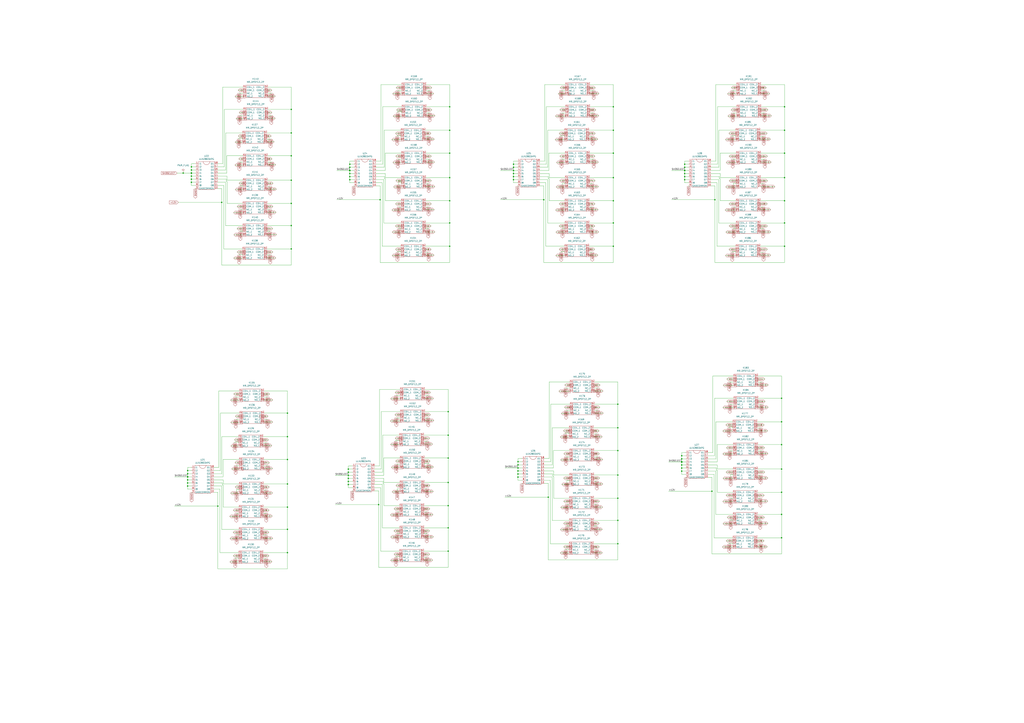
<source format=kicad_sch>
(kicad_sch (version 20211123) (generator eeschema)
  (paper "A1")
  (junction (at 182.0926 166.3192))
  (junction (at 236.093 377.6726))
  (junction (at 369.316 125.8824))
  (junction (at 287.2994 134.9756))
  (junction (at 286.0548 395.7066))
  (junction (at 369.316 183.2102))
  (junction (at 369.316 145.9738))
  (junction (at 503.7582 202.3872))
  (junction (at 154.0764 389.3058))
  (junction (at 287.3248 140.0556))
  (junction (at 368.0968 396.5448))
  (junction (at 507.4412 370.332))
  (junction (at 562.2798 145.1356))
  (junction (at 503.7582 183.2102))
  (junction (at 368.0968 376.4534))
  (junction (at 154.051 394.3858))
  (junction (at 562.3052 137.5156))
  (junction (at 287.274 145.1356))
  (junction (at 559.8414 387.223))
  (junction (at 157.226 142.24))
  (junction (at 286.0802 388.0866))
  (junction (at 562.2798 147.6756))
  (junction (at 236.093 397.764))
  (junction (at 644.3218 164.9984))
  (junction (at 562.3052 134.9756))
  (junction (at 503.7582 87.757))
  (junction (at 154.051 399.4658))
  (junction (at 559.8414 384.683))
  (junction (at 425.3992 389.5852))
  (junction (at 369.316 164.9984))
  (junction (at 641.8834 385.5212))
  (junction (at 236.093 416.7886))
  (junction (at 286.0548 398.2466))
  (junction (at 421.7162 147.6756))
  (junction (at 562.3306 140.081))
  (junction (at 368.0968 433.7812))
  (junction (at 236.093 435.0004))
  (junction (at 503.7582 107.0864))
  (junction (at 154.0764 391.8458))
  (junction (at 286.0802 390.6774))
  (junction (at 425.4246 379.4252))
  (junction (at 150.4442 142.24))
  (junction (at 236.093 358.8766))
  (junction (at 644.3218 145.9738))
  (junction (at 641.8834 327.3044))
  (junction (at 157.226 137.1346))
  (junction (at 239.2426 89.916))
  (junction (at 157.2006 144.7546))
  (junction (at 157.2006 147.2946))
  (junction (at 369.316 87.757))
  (junction (at 559.8922 379.6284))
  (junction (at 641.8834 422.7576))
  (junction (at 239.2426 109.2454))
  (junction (at 287.2994 140.0556))
  (junction (at 287.3248 140.081))
  (junction (at 559.8668 377.063))
  (junction (at 644.3218 202.3872))
  (junction (at 584.7334 403.7076))
  (junction (at 641.8834 404.5458))
  (junction (at 450.2912 408.6098))
  (junction (at 503.7582 164.9984))
  (junction (at 287.274 142.5956))
  (junction (at 562.3052 140.0556))
  (junction (at 559.8668 374.523))
  (junction (at 239.2426 128.0414))
  (junction (at 287.2994 137.5156))
  (junction (at 507.4412 351.536))
  (junction (at 421.7162 145.1356))
  (junction (at 178.943 415.9504))
  (junction (at 286.0802 385.5466))
  (junction (at 503.7582 125.8824))
  (junction (at 236.093 454.1774))
  (junction (at 239.2426 148.1328))
  (junction (at 421.7416 137.5156))
  (junction (at 368.0968 357.6574))
  (junction (at 368.0968 338.328))
  (junction (at 644.3218 183.2102))
  (junction (at 310.9468 414.7312))
  (junction (at 507.4412 427.6598))
  (junction (at 421.7162 142.5956))
  (junction (at 236.093 339.5472))
  (junction (at 239.2426 185.3692))
  (junction (at 641.8834 441.9346))
  (junction (at 562.2798 142.5956))
  (junction (at 368.0968 452.9582))
  (junction (at 507.4412 390.4234))
  (junction (at 559.8922 379.603))
  (junction (at 239.2426 204.5462))
  (junction (at 239.2426 167.1574))
  (junction (at 157.226 142.2146))
  (junction (at 559.8668 379.603))
  (junction (at 644.3218 107.0864))
  (junction (at 507.4412 332.2066))
  (junction (at 287.274 147.6756))
  (junction (at 154.0764 386.7658))
  (junction (at 425.4246 381.9652))
  (junction (at 421.7416 134.9756))
  (junction (at 425.3992 392.1252))
  (junction (at 369.316 202.3872))
  (junction (at 644.3218 87.757))
  (junction (at 369.316 107.0864))
  (junction (at 425.3992 387.0452))
  (junction (at 446.6082 164.1602))
  (junction (at 641.8834 365.4298))
  (junction (at 507.4412 409.448))
  (junction (at 507.4412 446.8368))
  (junction (at 368.0968 415.5694))
  (junction (at 154.1018 391.8712))
  (junction (at 421.7416 140.1064))
  (junction (at 425.4246 384.556))
  (junction (at 312.166 164.1602))
  (junction (at 587.1718 164.1602))
  (junction (at 641.8834 346.6338))
  (junction (at 503.7582 145.9738))
  (junction (at 559.8414 382.143))
  (junction (at 644.3218 125.8824))
  (junction (at 157.226 139.6746))
  (junction (at 286.0548 393.1666))
  (junction (at 157.2006 149.8346))
  (junction (at 154.051 396.9258))
  (wire (pts (xy 320.6242 346.0242) (xy 328.549 345.948)))
  (wire (pts (xy 586.4352 441.9346) (xy 586.4352 389.763)))
  (wire (pts (xy 588.8736 150.2156) (xy 583.8444 150.2156)))
  (wire (pts (xy 369.316 107.0864) (xy 369.316 87.757)))
  (wire (pts (xy 624.7892 172.3644) (xy 632.8918 172.339)))
  (wire (pts (xy 484.378 153.3398) (xy 491.4646 153.3398)))
  (wire (pts (xy 276.5298 164.1602) (xy 312.166 164.1602)))
  (wire (pts (xy 191.8462 174.7774) (xy 199.136 174.7774)))
  (wire (pts (xy 425.3992 389.5852) (xy 425.3992 387.0452)))
  (wire (pts (xy 217.1192 339.5472) (xy 236.093 339.5472)))
  (wire (pts (xy 463.6516 183.2102) (xy 449.7324 183.2102)))
  (wire (pts (xy 194.1576 421.8686) (xy 195.9864 421.8686)))
  (wire (pts (xy 491.3376 375.412) (xy 488.1372 375.412)))
  (wire (pts (xy 425.4246 381.9652) (xy 425.4246 384.556)))
  (wire (pts (xy 487.68 351.536) (xy 507.4412 351.536)))
  (wire (pts (xy 484.2256 183.2102) (xy 503.7582 183.2102)))
  (wire (pts (xy 625.5004 332.3844) (xy 625.5004 332.4606)))
  (wire (pts (xy 193.9036 97.536) (xy 199.6948 97.536)))
  (wire (pts (xy 451.993 446.8368) (xy 451.993 394.6652)))
  (wire (pts (xy 595.8332 210.058) (xy 604.0374 210.0072)))
  (wire (pts (xy 197.4342 153.1366) (xy 197.4342 152.5524)))
  (wire (pts (xy 467.8934 332.2066) (xy 452.3994 332.2066)))
  (wire (pts (xy 327.3806 170.0784) (xy 329.2094 170.0784)))
  (wire (pts (xy 464.1596 92.837) (xy 464.2104 92.837)))
  (wire (pts (xy 601.7768 427.1518) (xy 601.7768 427.8376)))
  (wire (pts (xy 491.0582 337.2866) (xy 491.0582 337.3628)))
  (wire (pts (xy 414.655 408.6098) (xy 450.2912 408.6098)))
  (wire (pts (xy 485.14 72.0344) (xy 484.6574 72.0344)))
  (wire (pts (xy 581.406 384.683) (xy 588.3656 384.683)))
  (wire (pts (xy 222.1738 114.3254) (xy 219.4814 114.3254)))
  (wire (pts (xy 449.8848 107.0864) (xy 449.8848 137.5156)))
  (wire (pts (xy 352.0186 207.4672) (xy 349.6056 207.4672)))
  (wire (pts (xy 451.993 394.6652) (xy 446.9638 394.6652)))
  (wire (pts (xy 220.1418 79.0194) (xy 226.0346 79.0194)))
  (wire (pts (xy 348.3356 357.6574) (xy 368.0968 357.6574)))
  (wire (pts (xy 223.0374 76.7334) (xy 223.0374 76.7588)))
  (wire (pts (xy 598.7288 205.0542) (xy 604.0374 204.9272)))
  (wire (pts (xy 601.1672 111.3536) (xy 601.1672 112.2426)))
  (wire (pts (xy 199.2884 148.1328) (xy 186.436 148.1328)))
  (wire (pts (xy 602.4118 150.3934) (xy 604.3676 150.3934)))
  (wire (pts (xy 182.8292 134.5946) (xy 182.8292 71.6534)))
  (wire (pts (xy 325.6026 343.408) (xy 328.549 343.408)))
  (wire (pts (xy 641.8834 327.3044) (xy 641.8834 309.0418)))
  (wire (pts (xy 178.7652 154.9146) (xy 182.0926 154.9146)))
  (wire (pts (xy 456.5142 210.0072) (xy 463.4738 210.0072)))
  (wire (pts (xy 194.818 169.6974) (xy 199.136 169.6974)))
  (wire (pts (xy 193.0908 79.2734) (xy 199.5678 79.2734)))
  (wire (pts (xy 590.804 145.1356) (xy 590.804 146.9136)))
  (wire (pts (xy 157.3276 402.0058) (xy 154.051 402.0058)))
  (wire (pts (xy 487.7308 454.2028) (xy 494.6396 454.2282)))
  (wire (pts (xy 622.3508 425.2976) (xy 627.7864 425.2722)))
  (wire (pts (xy 321.8434 114.7318) (xy 328.9808 114.7064)))
  (wire (pts (xy 463.1182 372.872) (xy 467.5632 372.872)))
  (wire (pts (xy 593.3186 449.5546) (xy 601.599 449.5546)))
  (wire (pts (xy 312.6486 400.7866) (xy 307.6194 400.7866)))
  (wire (pts (xy 183.7944 152.3746) (xy 178.7652 152.3746)))
  (wire (pts (xy 348.5642 436.3212) (xy 352.7552 436.3212)))
  (wire (pts (xy 307.6194 395.7066) (xy 314.579 395.7066)))
  (wire (pts (xy 321.4878 384.0734) (xy 328.2188 384.0734)))
  (wire (pts (xy 624.7892 164.9984) (xy 644.3218 164.9984)))
  (wire (pts (xy 286.0802 385.5466) (xy 286.0802 388.0866)))
  (wire (pts (xy 627.253 112.1664) (xy 624.5606 112.1664)))
  (wire (pts (xy 464.2866 355.8032) (xy 467.106 355.8032)))
  (wire (pts (xy 312.9026 69.4944) (xy 329.6412 69.4944)))
  (wire (pts (xy 454.533 384.5052) (xy 446.9638 384.5052)))
  (wire (pts (xy 326.4408 207.6196) (xy 326.4408 206.883)))
  (wire (pts (xy 463.4738 206.883) (xy 463.4738 207.4672)))
  (wire (pts (xy 456.2348 95.3516) (xy 464.2104 95.377)))
  (wire (pts (xy 178.7652 149.8346) (xy 185.2168 149.8346)))
  (wire (pts (xy 562.2798 147.6756) (xy 562.2798 145.1356)))
  (wire (pts (xy 563.118 392.303) (xy 563.118 392.8364)))
  (wire (pts (xy 154.051 396.9258) (xy 157.3276 396.9258)))
  (wire (pts (xy 351.7392 187.6298) (xy 349.7834 187.6298)))
  (wire (pts (xy 349.7834 172.3644) (xy 356.616 172.3644)))
  (wire (pts (xy 601.4212 74.5744) (xy 604.647 74.5744)))
  (wire (pts (xy 322.7324 133.5024) (xy 329.438 133.5024)))
  (wire (pts (xy 348.5642 418.1094) (xy 352.9584 418.1094)))
  (wire (pts (xy 463.804 150.3934) (xy 463.804 151.0538)))
  (wire (pts (xy 593.725 373.0498) (xy 602.0054 373.0498)))
  (wire (pts (xy 186.3344 142.2146) (xy 178.7652 142.2146)))
  (wire (pts (xy 192.9384 363.1438) (xy 195.7578 363.1438)))
  (wire (pts (xy 463.0166 449.3768) (xy 467.1568 449.3768)))
  (wire (pts (xy 315.4426 107.0864) (xy 315.4426 137.5156)))
  (wire (pts (xy 583.8444 142.5956) (xy 591.5152 142.5956)))
  (wire (pts (xy 586.8416 327.3044) (xy 586.8416 374.523)))
  (wire (pts (xy 326.4154 74.5744) (xy 329.6412 74.5744)))
  (wire (pts (xy 598.8812 185.6486) (xy 604.2152 185.7502)))
  (wire (pts (xy 487.9086 427.6598) (xy 507.4412 427.6598)))
  (wire (pts (xy 287.274 145.1356) (xy 290.5506 145.1356)))
  (wire (pts (xy 484.2256 164.9984) (xy 503.7582 164.9984)))
  (wire (pts (xy 454.6854 409.448) (xy 454.6854 391.3632)))
  (wire (pts (xy 484.0478 207.4672) (xy 486.5116 207.4672)))
  (wire (pts (xy 604.3676 150.3934) (xy 604.3676 151.0538)))
  (wire (pts (xy 601.4466 207.6196) (xy 601.4466 206.883)))
  (wire (pts (xy 507.4412 390.4234) (xy 507.4412 370.332)))
  (wire (pts (xy 216.5604 416.7886) (xy 236.093 416.7886)))
  (wire (pts (xy 503.7582 87.757) (xy 503.7582 69.4944)))
  (wire (pts (xy 452.3994 332.2066) (xy 452.3994 379.4252)))
  (wire (pts (xy 287.274 147.6756) (xy 290.5506 147.6756)))
  (wire (pts (xy 507.4412 446.8368) (xy 507.4412 427.6598)))
  (wire (pts (xy 328.9808 107.0864) (xy 315.4426 107.0864)))
  (wire (pts (xy 348.5642 441.1472) (xy 355.9302 441.1472)))
  (wire (pts (xy 329.438 125.8824) (xy 316.4078 125.8824)))
  (wire (pts (xy 551.6118 140.081) (xy 562.3306 140.081)))
  (wire (pts (xy 625.348 92.837) (xy 627.9388 92.837)))
  (wire (pts (xy 622.173 444.4746) (xy 627.4816 444.4746)))
  (wire (pts (xy 559.8668 374.523) (xy 559.8668 377.063)))
  (wire (pts (xy 348.7928 376.4534) (xy 368.0968 376.4534)))
  (wire (pts (xy 586.4352 389.763) (xy 581.406 389.763)))
  (wire (pts (xy 194.2592 402.1836) (xy 196.1388 402.1836)))
  (wire (pts (xy 462.915 430.1998) (xy 467.3346 430.1998)))
  (wire (pts (xy 562.2798 145.1356) (xy 562.2798 142.5956)))
  (wire (pts (xy 487.68 354.076) (xy 491.998 354.076)))
  (wire (pts (xy 186.3344 128.0414) (xy 186.3344 142.2146)))
  (wire (pts (xy 463.677 334.7466) (xy 467.8934 334.7466)))
  (wire (pts (xy 562.3052 137.5156) (xy 565.5564 137.5156)))
  (wire (pts (xy 178.943 404.5458) (xy 178.943 415.9504)))
  (wire (pts (xy 624.7892 167.5384) (xy 630.1232 167.513)))
  (wire (pts (xy 599.0082 447.167) (xy 599.0082 446.4304)))
  (wire (pts (xy 314.579 395.7066) (xy 314.579 397.4846)))
  (wire (pts (xy 157.226 139.6746) (xy 157.226 142.2146)))
  (wire (pts (xy 350.012 125.8824) (xy 369.316 125.8824)))
  (wire (pts (xy 369.316 215.6968) (xy 369.316 202.3872)))
  (wire (pts (xy 349.7834 190.5762) (xy 357.1494 190.5762)))
  (wire (pts (xy 484.4542 125.8824) (xy 503.7582 125.8824)))
  (wire (pts (xy 218.5162 440.1312) (xy 218.5162 439.42)))
  (wire (pts (xy 186.436 148.1328) (xy 186.436 144.7546)))
  (wire (pts (xy 326.1614 111.3536) (xy 328.9808 111.3536)))
  (wire (pts (xy 286.0548 395.7066) (xy 289.3314 395.7066)))
  (wire (pts (xy 182.0926 217.8558) (xy 239.2426 217.8558)))
  (wire (pts (xy 600.1004 427.8122) (xy 600.1004 427.1518)))
  (wire (pts (xy 503.7582 164.9984) (xy 503.7582 145.9738)))
  (wire (pts (xy 351.8916 325.1454) (xy 351.8916 325.1708)))
  (wire (pts (xy 644.3218 87.757) (xy 644.3218 69.4944)))
  (wire (pts (xy 289.3314 403.3266) (xy 289.3314 403.86)))
  (wire (pts (xy 199.136 185.3692) (xy 185.2168 185.3692)))
  (wire (pts (xy 644.3218 69.4944) (xy 625.221 69.4944)))
  (wire (pts (xy 449.8848 137.5156) (xy 443.2808 137.5156)))
  (wire (pts (xy 219.8624 150.6728) (xy 224.2058 150.6728)))
  (wire (pts (xy 143.383 391.8712) (xy 154.1018 391.8712)))
  (wire (pts (xy 581.406 382.143) (xy 589.0768 382.143)))
  (wire (pts (xy 182.8292 71.6534) (xy 199.5678 71.6534)))
  (wire (pts (xy 487.68 358.902) (xy 494.538 358.902)))
  (wire (pts (xy 219.4814 111.7854) (xy 222.6818 111.76)))
  (wire (pts (xy 312.166 215.6968) (xy 369.316 215.6968)))
  (wire (pts (xy 192.6336 361.4166) (xy 195.7578 361.4166)))
  (wire (pts (xy 443.2808 147.6756) (xy 449.7324 147.6756)))
  (wire (pts (xy 601.5482 346.6338) (xy 588.01 346.6338)))
  (wire (pts (xy 194.7164 187.9092) (xy 199.136 187.9092)))
  (wire (pts (xy 145.3896 142.24) (xy 150.4442 142.24)))
  (wire (pts (xy 624.7892 185.7502) (xy 630.2502 185.7502)))
  (wire (pts (xy 589.28 87.757) (xy 589.28 134.9756)))
  (wire (pts (xy 368.0968 320.0654) (xy 348.996 320.0654)))
  (wire (pts (xy 219.71 185.3692) (xy 239.2426 185.3692)))
  (wire (pts (xy 486.6894 112.1664) (xy 483.997 112.1664)))
  (wire (pts (xy 219.71 189.7888) (xy 219.71 190.4492)))
  (wire (pts (xy 350.2152 76.8604) (xy 356.108 76.8604)))
  (wire (pts (xy 624.6114 202.3872) (xy 644.3218 202.3872)))
  (wire (pts (xy 421.7162 145.1356) (xy 424.9928 145.1356)))
  (wire (pts (xy 629.285 72.0598) (xy 625.7036 72.0344)))
  (wire (pts (xy 188.849 461.7974) (xy 195.8086 461.7974)))
  (wire (pts (xy 239.2426 89.916) (xy 239.2426 71.6534)))
  (wire (pts (xy 627.253 112.2172) (xy 627.253 112.1664)))
  (wire (pts (xy 507.4412 370.332) (xy 507.4412 351.536)))
  (wire (pts (xy 559.8668 377.063) (xy 559.8668 379.603)))
  (wire (pts (xy 351.9932 380.7206) (xy 348.7928 380.7206)))
  (wire (pts (xy 565.5564 132.4356) (xy 562.3052 132.461)))
  (wire (pts (xy 625.221 74.5744) (xy 628.1166 74.5744)))
  (wire (pts (xy 239.2426 109.2454) (xy 239.2426 89.916)))
  (wire (pts (xy 484.7844 87.757) (xy 503.7582 87.757)))
  (wire (pts (xy 329.2094 164.9984) (xy 316.5602 164.9984)))
  (wire (pts (xy 622.1222 353.9998) (xy 630.3772 354.0252)))
  (wire (pts (xy 349.9358 148.5138) (xy 354.2792 148.5138)))
  (wire (pts (xy 287.2994 142.0876) (xy 287.3248 140.0556)))
  (wire (pts (xy 562.3052 140.0556) (xy 562.3306 140.081)))
  (wire (pts (xy 602.4118 152.6032) (xy 602.4118 150.3934)))
  (wire (pts (xy 350.7232 420.7002) (xy 350.7232 420.6494)))
  (wire (pts (xy 622.173 447.0146) (xy 625.0432 447.0146)))
  (wire (pts (xy 157.226 137.1346) (xy 160.4772 137.1346)))
  (wire (pts (xy 598.678 109.6264) (xy 603.9866 109.6264)))
  (wire (pts (xy 622.1222 346.6338) (xy 641.8834 346.6338)))
  (wire (pts (xy 183.2864 397.764) (xy 183.2864 394.3858)))
  (wire (pts (xy 328.549 338.328) (xy 313.055 338.328)))
  (wire (pts (xy 157.226 139.6746) (xy 160.4772 139.6746)))
  (wire (pts (xy 644.3218 183.2102) (xy 644.3218 164.9984)))
  (wire (pts (xy 625.221 76.8604) (xy 632.1044 76.8604)))
  (wire (pts (xy 461.1878 130.9624) (xy 463.8802 130.9624)))
  (wire (pts (xy 461.8228 170.1292) (xy 461.8228 170.0784)))
  (wire (pts (xy 622.173 449.3006) (xy 630.1232 449.3006)))
  (wire (pts (xy 503.7582 145.9738) (xy 503.7582 125.8824)))
  (wire (pts (xy 221.6658 189.7888) (xy 219.71 189.7888)))
  (wire (pts (xy 326.3138 438.8358) (xy 326.3138 438.1754)))
  (wire (pts (xy 315.1886 376.4534) (xy 315.1886 390.6266)))
  (wire (pts (xy 349.5548 109.6264) (xy 353.8474 109.6264)))
  (wire (pts (xy 324.5358 322.6054) (xy 328.422 322.6054)))
  (wire (pts (xy 157.226 142.2146) (xy 157.226 142.24)))
  (wire (pts (xy 150.4442 142.24) (xy 157.226 142.24)))
  (wire (pts (xy 581.406 371.983) (xy 585.47 371.983)))
  (wire (pts (xy 562.3052 134.9756) (xy 562.3052 137.5156)))
  (wire (pts (xy 157.3276 404.5458) (xy 157.3276 405.0792)))
  (wire (pts (xy 601.9292 385.5212) (xy 589.0768 385.5212)))
  (wire (pts (xy 559.8414 384.683) (xy 563.118 384.683)))
  (wire (pts (xy 425.3992 392.1252) (xy 428.6758 392.1252)))
  (wire (pts (xy 196.1388 402.1836) (xy 196.1388 402.844)))
  (wire (pts (xy 326.1614 111.3536) (xy 326.1614 112.2426)))
  (wire (pts (xy 216.9922 326.3646) (xy 219.8878 326.3646)))
  (wire (pts (xy 194.31 439.3946) (xy 195.9864 439.3946)))
  (wire (pts (xy 602.0054 365.4298) (xy 588.9752 365.4298)))
  (wire (pts (xy 624.6114 207.4672) (xy 627.0752 207.4672)))
  (wire (pts (xy 465.5058 414.528) (xy 467.3346 414.528)))
  (wire (pts (xy 313.8678 150.2156) (xy 308.8386 150.2156)))
  (wire (pts (xy 326.1614 420.6494) (xy 327.9902 420.6494)))
  (wire (pts (xy 219.8624 148.1328) (xy 239.2426 148.1328)))
  (wire (pts (xy 490.3724 356.616) (xy 487.68 356.616)))
  (wire (pts (xy 323.6722 455.4982) (xy 327.8124 455.4982)))
  (wire (pts (xy 320.7004 423.1894) (xy 327.9902 423.1894)))
  (wire (pts (xy 327.9902 433.7812) (xy 314.071 433.7812)))
  (wire (pts (xy 349.7834 164.9984) (xy 369.316 164.9984)))
  (wire (pts (xy 348.7166 401.6248) (xy 350.8502 401.6248)))
  (wire (pts (xy 150.4442 141.478) (xy 150.4442 142.24)))
  (wire (pts (xy 216.789 385.0386) (xy 223.7994 384.9878)))
  (wire (pts (xy 425.4246 386.5372) (xy 425.4246 384.556)))
  (wire (pts (xy 368.0968 357.6574) (xy 368.0968 338.328)))
  (wire (pts (xy 185.3692 139.6746) (xy 178.7652 139.6746)))
  (wire (pts (xy 182.0926 166.3192) (xy 182.0926 217.8558)))
  (wire (pts (xy 601.1672 111.3536) (xy 603.9866 111.3536)))
  (wire (pts (xy 216.5604 424.1546) (xy 223.5454 424.1546)))
  (wire (pts (xy 598.7288 350.901) (xy 598.7288 351.79)))
  (wire (pts (xy 624.5098 409.6258) (xy 622.3508 409.6258)))
  (wire (pts (xy 198.9582 204.5462) (xy 183.7944 204.5462)))
  (wire (pts (xy 464.8708 375.412) (xy 467.5632 375.412)))
  (wire (pts (xy 193.5734 344.678) (xy 196.4944 344.6272)))
  (wire (pts (xy 239.2426 148.1328) (xy 239.2426 128.0414)))
  (wire (pts (xy 622.173 441.9346) (xy 641.8834 441.9346)))
  (wire (pts (xy 194.1576 421.9194) (xy 194.1576 421.8686)))
  (wire (pts (xy 195.7578 358.8766) (xy 182.2196 358.8766)))
  (wire (pts (xy 467.3346 432.054) (xy 467.3346 432.7398)))
  (wire (pts (xy 424.9928 132.4356) (xy 421.7416 132.461)))
  (wire (pts (xy 601.7514 130.9624) (xy 604.4438 130.9624)))
  (wire (pts (xy 351.9424 170.1292) (xy 351.9424 170.0784)))
  (wire (pts (xy 641.8834 385.5212) (xy 641.8834 365.4298)))
  (wire (pts (xy 453.5678 351.536) (xy 453.5678 381.9652)))
  (wire (pts (xy 368.0968 433.7812) (xy 368.0968 415.5694)))
  (wire (pts (xy 464.566 452.0692) (xy 464.566 451.3326)))
  (wire (pts (xy 486.1814 187.6298) (xy 484.2256 187.6298)))
  (wire (pts (xy 220.1164 342.0872) (xy 217.1192 342.0872)))
  (wire (pts (xy 175.6156 384.2258) (xy 179.6796 384.2258)))
  (wire (pts (xy 602.5388 187.6044) (xy 604.2152 187.6044)))
  (wire (pts (xy 593.852 430.3776) (xy 601.7768 430.3776)))
  (wire (pts (xy 598.9828 314.1218) (xy 602.2086 314.1218)))
  (wire (pts (xy 463.4738 202.3872) (xy 448.31 202.3872)))
  (wire (pts (xy 154.051 399.4658) (xy 157.3276 399.4658)))
  (wire (pts (xy 596.3666 388.0612) (xy 601.9292 388.0612)))
  (wire (pts (xy 622.7826 314.1218) (xy 625.6782 314.1218)))
  (wire (pts (xy 562.3052 140.0556) (xy 565.5564 140.0556)))
  (wire (pts (xy 463.423 107.0864) (xy 449.8848 107.0864)))
  (wire (pts (xy 461.9752 187.6044) (xy 463.6516 187.6044)))
  (wire (pts (xy 349.7834 187.6298) (xy 349.7834 188.2902)))
  (wire (pts (xy 590.296 147.6756) (xy 590.296 183.2102)))
  (wire (pts (xy 315.2902 147.6756) (xy 315.2902 183.2102)))
  (wire (pts (xy 313.055 338.328) (xy 313.055 385.5466)))
  (wire (pts (xy 286.0548 393.1666) (xy 289.3314 393.1666)))
  (wire (pts (xy 236.093 358.8766) (xy 236.093 339.5472)))
  (wire (pts (xy 368.0968 452.9582) (xy 368.0968 433.7812)))
  (wire (pts (xy 588.8736 202.3872) (xy 588.8736 150.2156)))
  (wire (pts (xy 602.3864 170.0784) (xy 604.2152 170.0784)))
  (wire (pts (xy 286.0548 398.2466) (xy 286.0548 395.7066)))
  (wire (pts (xy 467.106 355.8032) (xy 467.106 356.616)))
  (wire (pts (xy 622.5794 370.5098) (xy 625.8052 370.5098)))
  (wire (pts (xy 236.093 321.2846) (xy 216.9922 321.2846)))
  (wire (pts (xy 467.3346 427.6598) (xy 453.4154 427.6598)))
  (wire (pts (xy 597.3572 425.2976) (xy 601.7768 425.2976)))
  (wire (pts (xy 587.9084 132.4356) (xy 587.9084 69.4944)))
  (wire (pts (xy 308.8386 132.4356) (xy 312.9026 132.4356)))
  (wire (pts (xy 350.012 128.4224) (xy 354.2284 128.4224)))
  (wire (pts (xy 446.6082 164.1602) (xy 446.6082 215.6968)))
  (wire (pts (xy 222.1738 114.3762) (xy 222.1738 114.3254)))
  (wire (pts (xy 587.1718 215.6968) (xy 644.3218 215.6968)))
  (wire (pts (xy 587.8576 387.223) (xy 587.8576 422.7576)))
  (wire (pts (xy 464.5406 319.0494) (xy 464.5406 319.024)))
  (wire (pts (xy 488.4674 337.2866) (xy 491.0582 337.2866)))
  (wire (pts (xy 604.7232 92.837) (xy 604.774 92.837)))
  (wire (pts (xy 239.2426 217.8558) (xy 239.2426 204.5462)))
  (wire (pts (xy 350.3422 92.837) (xy 352.933 92.837)))
  (wire (pts (xy 581.406 392.303) (xy 584.7334 392.303)))
  (wire (pts (xy 219.9386 133.1214) (xy 223.1644 133.1214)))
  (wire (pts (xy 489.8644 432.0794) (xy 487.9086 432.0794)))
  (wire (pts (xy 218.5162 439.42) (xy 216.5604 439.42)))
  (wire (pts (xy 216.789 377.6726) (xy 236.093 377.6726)))
  (wire (pts (xy 601.4212 74.5998) (xy 601.4212 74.5744)))
  (wire (pts (xy 221.6658 190.5) (xy 221.6658 189.7888)))
  (wire (pts (xy 484.7844 95.123) (xy 491.6678 95.0722)))
  (wire (pts (xy 314.2234 388.0866) (xy 307.6194 388.0866)))
  (wire (pts (xy 488.8738 316.484) (xy 488.3404 316.484)))
  (wire (pts (xy 590.804 146.9136) (xy 591.566 146.9136)))
  (wire (pts (xy 624.8146 351.7138) (xy 622.1222 351.7138)))
  (wire (pts (xy 182.2196 358.8766) (xy 182.2196 389.3058)))
  (wire (pts (xy 348.7166 396.5448) (xy 368.0968 396.5448)))
  (wire (pts (xy 326.3138 438.1754) (xy 327.9902 438.1754)))
  (wire (pts (xy 322.5546 77.1144) (xy 329.6412 77.1144)))
  (wire (pts (xy 503.7582 125.8824) (xy 503.7582 107.0864)))
  (wire (pts (xy 157.2006 144.7546) (xy 160.4772 144.7546)))
  (wire (pts (xy 183.1848 377.6726) (xy 183.1848 391.8458)))
  (wire (pts (xy 596.9762 311.6072) (xy 602.2086 311.5818)))
  (wire (pts (xy 449.7324 147.6756) (xy 449.7324 183.2102)))
  (wire (pts (xy 484.0478 202.3872) (xy 503.7582 202.3872)))
  (wire (pts (xy 598.932 148.6154) (xy 604.3676 148.5138)))
  (wire (pts (xy 193.1924 326.3646) (xy 196.4182 326.3646)))
  (wire (pts (xy 450.9516 145.9738) (xy 450.9516 142.5956)))
  (wire (pts (xy 559.8668 372.0084) (xy 559.8668 374.523)))
  (wire (pts (xy 329.7682 91.3892) (xy 326.771 91.3892)))
  (wire (pts (xy 217.1192 344.6272) (xy 219.71 344.6272)))
  (wire (pts (xy 462.8134 354.0252) (xy 467.106 354.076)))
  (wire (pts (xy 349.4786 322.6054) (xy 348.996 322.6054)))
  (wire (pts (xy 584.7334 392.303) (xy 584.7334 403.7076)))
  (wire (pts (xy 352.2472 112.2172) (xy 352.2472 112.1664)))
  (wire (pts (xy 178.7652 144.7546) (xy 186.436 144.7546)))
  (wire (pts (xy 562.3052 132.461) (xy 562.3052 134.9756)))
  (wire (pts (xy 327.7616 357.6574) (xy 314.2234 357.6574)))
  (wire (pts (xy 157.226 137.1346) (xy 157.226 139.6746)))
  (wire (pts (xy 486.6894 112.2172) (xy 486.6894 112.1664)))
  (wire (pts (xy 459.8416 128.4478) (xy 463.8802 128.4224)))
  (wire (pts (xy 220.1418 76.7334) (xy 223.0374 76.7334)))
  (wire (pts (xy 353.4664 340.8426) (xy 349.123 340.868)))
  (wire (pts (xy 562.2798 147.6756) (xy 565.5564 147.6756)))
  (wire (pts (xy 325.1962 325.1454) (xy 328.422 325.1454)))
  (wire (pts (xy 320.9036 327.6854) (xy 328.422 327.6854)))
  (wire (pts (xy 597.8652 95.3516) (xy 604.774 95.377)))
  (wire (pts (xy 199.644 94.996) (xy 199.6948 94.996)))
  (wire (pts (xy 448.7164 134.9756) (xy 443.2808 134.9756)))
  (wire (pts (xy 369.316 125.8824) (xy 369.316 107.0864)))
  (wire (pts (xy 218.7194 421.8686) (xy 216.5604 421.8686)))
  (wire (pts (xy 349.6056 202.3872) (xy 369.316 202.3872)))
  (wire (pts (xy 630.682 90.2716) (xy 625.348 90.297)))
  (wire (pts (xy 641.8834 441.9346) (xy 641.8834 422.7576)))
  (wire (pts (xy 425.3992 389.5852) (xy 428.6758 389.5852)))
  (wire (pts (xy 219.8878 326.3646) (xy 219.8878 326.39)))
  (wire (pts (xy 236.093 416.7886) (xy 236.093 397.764)))
  (wire (pts (xy 157.2006 147.2946) (xy 157.2006 144.7546)))
  (wire (pts (xy 559.8668 381.635) (xy 559.8922 379.603)))
  (wire (pts (xy 194.818 207.0862) (xy 198.9582 207.0862)))
  (wire (pts (xy 602.5388 188.2648) (xy 602.5388 187.6044)))
  (wire (pts (xy 591.4136 140.0556) (xy 583.8444 140.0556)))
  (wire (pts (xy 189.4332 328.9046) (xy 196.4182 328.9046)))
  (wire (pts (xy 351.028 362.7374) (xy 348.3356 362.7374)))
  (wire (pts (xy 644.3218 145.9738) (xy 644.3218 125.8824)))
  (wire (pts (xy 591.5152 145.9738) (xy 591.5152 142.5956)))
  (wire (pts (xy 448.7164 87.757) (xy 448.7164 134.9756)))
  (wire (pts (xy 562.3052 142.0876) (xy 562.3306 140.081)))
  (wire (pts (xy 591.566 164.9984) (xy 591.566 146.9136)))
  (wire (pts (xy 625.348 87.757) (xy 644.3218 87.757)))
  (wire (pts (xy 624.3066 427.1772) (xy 622.3508 427.1772)))
  (wire (pts (xy 600.1004 427.1518) (xy 601.7768 427.1518)))
  (wire (pts (xy 287.2994 142.0876) (xy 287.274 142.5956)))
  (wire (pts (xy 484.2256 190.5762) (xy 491.5916 190.5762)))
  (wire (pts (xy 451.0278 376.8852) (xy 451.0278 313.944)))
  (wire (pts (xy 487.7308 446.8368) (xy 507.4412 446.8368)))
  (wire (pts (xy 622.9096 332.3844) (xy 625.5004 332.3844)))
  (wire (pts (xy 324.9422 361.9246) (xy 324.9422 362.8136)))
  (wire (pts (xy 326.771 91.3892) (xy 326.771 92.7608)))
  (wire (pts (xy 446.6082 152.7556) (xy 446.6082 164.1602)))
  (wire (pts (xy 313.055 385.5466) (xy 307.6194 385.5466)))
  (wire (pts (xy 349.9358 153.3398) (xy 357.0478 153.3144)))
  (wire (pts (xy 350.7994 458.0382) (xy 348.3864 458.0382)))
  (wire (pts (xy 428.6758 376.8852) (xy 425.4246 376.9106)))
  (wire (pts (xy 559.8668 374.523) (xy 563.118 374.523)))
  (wire (pts (xy 219.71 187.9092) (xy 223.901 187.9092)))
  (wire (pts (xy 604.0374 202.3872) (xy 588.8736 202.3872)))
  (wire (pts (xy 195.8086 454.1774) (xy 180.6448 454.1774)))
  (wire (pts (xy 507.4412 427.6598) (xy 507.4412 409.448)))
  (wire (pts (xy 622.5794 367.9698) (xy 627.8626 367.9698)))
  (wire (pts (xy 191.6684 456.7174) (xy 195.8086 456.7174)))
  (wire (pts (xy 487.553 74.5744) (xy 487.553 74.5998)))
  (wire (pts (xy 157.2006 149.8346) (xy 160.4772 149.8346)))
  (wire (pts (xy 189.5602 347.1672) (xy 196.5452 347.1672)))
  (wire (pts (xy 196.3674 209.7786) (xy 196.3674 209.042)))
  (wire (pts (xy 595.5538 172.6184) (xy 604.2152 172.6184)))
  (wire (pts (xy 626.9482 170.0784) (xy 624.7892 170.0784)))
  (wire (pts (xy 488.1372 377.698) (xy 494.9698 377.6726)))
  (wire (pts (xy 315.7982 146.9136) (xy 316.5602 146.9136)))
  (wire (pts (xy 488.1372 372.872) (xy 492.2012 372.872)))
  (wire (pts (xy 198.9582 209.042) (xy 198.9582 209.6262)))
  (wire (pts (xy 490.1438 451.9168) (xy 487.7308 451.9168)))
  (wire (pts (xy 622.5032 390.6012) (xy 624.6368 390.6012)))
  (wire (pts (xy 626.745 188.341) (xy 626.745 187.6298)))
  (wire (pts (xy 287.274 142.5956) (xy 290.5506 142.5956)))
  (wire (pts (xy 467.5632 370.332) (xy 454.533 370.332)))
  (wire (pts (xy 594.0298 316.6364) (xy 602.2086 316.6618)))
  (wire (pts (xy 460.8576 74.5744) (xy 464.0834 74.5744)))
  (wire (pts (xy 596.0618 153.5938) (xy 604.3676 153.5938)))
  (wire (pts (xy 453.9234 391.3632) (xy 454.6854 391.3632)))
  (wire (pts (xy 315.1886 390.6266) (xy 307.6194 390.6266)))
  (wire (pts (xy 216.3318 361.4166) (xy 220.4466 361.4674)))
  (wire (pts (xy 425.3992 387.0452) (xy 428.6758 387.0452)))
  (wire (pts (xy 325.2216 457.454) (xy 327.8124 457.454)))
  (wire (pts (xy 348.7166 399.0848) (xy 353.06 399.0848)))
  (wire (pts (xy 353.2124 130.9624) (xy 350.012 130.9624)))
  (wire (pts (xy 154.0764 389.3058) (xy 157.3276 389.3058)))
  (wire (pts (xy 308.8386 142.5956) (xy 316.5094 142.5956)))
  (wire (pts (xy 584.7334 455.2442) (xy 641.8834 455.2442)))
  (wire (pts (xy 507.4412 409.448) (xy 507.4412 390.4234)))
  (wire (pts (xy 350.2152 74.5744) (xy 353.1108 74.5744)))
  (wire (pts (xy 465.6328 394.843) (xy 467.487 394.843)))
  (wire (pts (xy 484.7844 92.837) (xy 487.3752 92.837)))
  (wire (pts (xy 503.7582 69.4944) (xy 484.6574 69.4944)))
  (wire (pts (xy 219.9386 135.4074) (xy 226.3394 135.4074)))
  (wire (pts (xy 593.6488 412.2166) (xy 601.7768 412.1658)))
  (wire (pts (xy 290.5506 152.7556) (xy 290.5506 153.289)))
  (wire (pts (xy 459.3336 204.9272) (xy 463.4738 204.9272)))
  (wire (pts (xy 457.0984 133.5278) (xy 463.8802 133.5024)))
  (wire (pts (xy 641.8834 309.0418) (xy 622.7826 309.0418)))
  (wire (pts (xy 348.5642 438.2008) (xy 348.5642 438.8612)))
  (wire (pts (xy 451.0024 164.9984) (xy 451.0024 146.9136)))
  (wire (pts (xy 216.7128 400.304) (xy 221.0562 400.304)))
  (wire (pts (xy 559.8414 389.763) (xy 559.8414 387.223)))
  (wire (pts (xy 624.5606 114.4524) (xy 632.6886 114.4016)))
  (wire (pts (xy 325.1708 148.5138) (xy 329.3618 148.5138)))
  (wire (pts (xy 622.3508 404.5458) (xy 641.8834 404.5458)))
  (wire (pts (xy 216.9922 328.6506) (xy 223.9264 328.6506)))
  (wire (pts (xy 488.061 392.9634) (xy 492.4044 392.9634)))
  (wire (pts (xy 368.0968 466.2678) (xy 368.0968 452.9582)))
  (wire (pts (xy 450.2912 397.2052) (xy 450.2912 408.6098)))
  (wire (pts (xy 460.6036 111.3536) (xy 463.423 111.3536)))
  (wire (pts (xy 193.3448 342.0872) (xy 196.5452 342.0872)))
  (wire (pts (xy 461.0862 339.852) (xy 467.8934 339.8266)))
  (wire (pts (xy 596.4682 444.4492) (xy 601.599 444.4746)))
  (wire (pts (xy 641.8834 346.6338) (xy 641.8834 327.3044)))
  (wire (pts (xy 483.997 107.0864) (xy 503.7582 107.0864)))
  (wire (pts (xy 289.3314 383.0066) (xy 286.0802 383.032)))
  (wire (pts (xy 182.0926 154.9146) (xy 182.0926 166.3192)))
  (wire (pts (xy 308.8386 145.1356) (xy 315.7982 145.1356)))
  (wire (pts (xy 316.5602 164.9984) (xy 316.5602 146.9136)))
  (wire (pts (xy 421.7416 132.461) (xy 421.7416 134.9756)))
  (wire (pts (xy 316.4078 125.8824) (xy 316.4078 140.0556)))
  (wire (pts (xy 454.533 370.332) (xy 454.533 384.5052)))
  (wire (pts (xy 329.3618 149.0218) (xy 329.3618 151.0538)))
  (wire (pts (xy 562.3052 134.9756) (xy 565.5564 134.9756)))
  (wire (pts (xy 219.0242 363.9566) (xy 216.3318 363.9566)))
  (wire (pts (xy 591.4136 125.8824) (xy 591.4136 140.0556)))
  (wire (pts (xy 598.7288 350.901) (xy 601.5482 350.901)))
  (wire (pts (xy 157.2006 149.8346) (xy 157.2006 147.2946)))
  (wire (pts (xy 349.7834 183.2102) (xy 369.316 183.2102)))
  (wire (pts (xy 218.7956 459.2574) (xy 216.3826 459.2574)))
  (wire (pts (xy 486.3846 170.0784) (xy 484.2256 170.0784)))
  (wire (pts (xy 622.5794 365.4298) (xy 641.8834 365.4298)))
  (wire (pts (xy 454.6346 390.4234) (xy 454.6346 387.0452)))
  (wire (pts (xy 321.9196 172.6184) (xy 329.2094 172.6184)))
  (wire (pts (xy 286.0802 388.0866) (xy 286.0802 390.6774)))
  (wire (pts (xy 349.123 345.694) (xy 356.2604 345.5924)))
  (wire (pts (xy 603.9866 107.0864) (xy 590.4484 107.0864)))
  (wire (pts (xy 446.9638 397.2052) (xy 450.2912 397.2052)))
  (wire (pts (xy 351.7138 343.408) (xy 351.7138 343.4842)))
  (wire (pts (xy 589.28 134.9756) (xy 583.8444 134.9756)))
  (wire (pts (xy 348.5642 422.9354) (xy 355.5492 422.9354)))
  (wire (pts (xy 465.5058 414.5788) (xy 465.5058 414.528)))
  (wire (pts (xy 462.9658 392.9888) (xy 467.487 392.9634)))
  (wire (pts (xy 598.9828 314.1472) (xy 598.9828 314.1218)))
  (wire (pts (xy 641.8834 455.2442) (xy 641.8834 441.9346)))
  (wire (pts (xy 325.2216 399.0848) (xy 328.1426 399.0848)))
  (wire (pts (xy 157.226 142.2146) (xy 160.4772 142.2146)))
  (wire (pts (xy 641.8834 422.7576) (xy 641.8834 404.5458)))
  (wire (pts (xy 329.0316 202.3872) (xy 313.8678 202.3872)))
  (wire (pts (xy 219.8624 155.4988) (xy 226.949 155.4988)))
  (wire (pts (xy 327.406 152.1206) (xy 327.406 149.0218)))
  (wire (pts (xy 196.342 76.7588) (xy 196.342 76.7334)))
  (wire (pts (xy 421.7416 142.0876) (xy 421.7162 142.5956)))
  (wire (pts (xy 191.9986 212.1662) (xy 198.9582 212.1662)))
  (wire (pts (xy 459.3336 167.5384) (xy 463.6516 167.5384)))
  (wire (pts (xy 562.2798 145.1356) (xy 565.5564 145.1356)))
  (wire (pts (xy 588.01 346.6338) (xy 588.01 377.063)))
  (wire (pts (xy 600.0496 389.9408) (xy 601.9292 389.9408)))
  (wire (pts (xy 628.1166 74.5744) (xy 628.1166 74.5998)))
  (wire (pts (xy 425.4246 386.5372) (xy 425.3992 387.0452)))
  (wire (pts (xy 216.5604 439.42) (xy 216.5604 440.0804)))
  (wire (pts (xy 324.8914 109.6518) (xy 328.9808 109.6264)))
  (wire (pts (xy 559.8668 379.603) (xy 559.8922 379.603)))
  (wire (pts (xy 216.9922 323.8246) (xy 221.3356 323.8246)))
  (wire (pts (xy 644.3218 202.3872) (xy 644.3218 183.2102)))
  (wire (pts (xy 411.0482 140.081) (xy 421.7416 140.1064)))
  (wire (pts (xy 219.0242 364.0074) (xy 219.0242 363.9566)))
  (wire (pts (xy 465.6328 397.4084) (xy 465.6328 394.843)))
  (wire (pts (xy 559.8668 379.603) (xy 559.8922 379.6284)))
  (wire (pts (xy 154.0764 386.7658) (xy 157.3276 386.7658)))
  (wire (pts (xy 196.3674 209.042) (xy 198.9582 209.042)))
  (wire (pts (xy 484.2256 185.7502) (xy 488.4166 185.7502)))
  (wire (pts (xy 624.7892 190.5762) (xy 632.9172 190.627)))
  (wire (pts (xy 286.0548 400.7866) (xy 286.0548 398.2466)))
  (wire (pts (xy 463.423 111.3536) (xy 463.423 112.1664)))
  (wire (pts (xy 446.9638 387.0452) (xy 454.6346 387.0452)))
  (wire (pts (xy 220.6244 74.1934) (xy 220.1418 74.1934)))
  (wire (pts (xy 369.316 145.9738) (xy 369.316 125.8824)))
  (wire (pts (xy 193.5226 382.7526) (xy 196.215 382.7526)))
  (wire (pts (xy 625.0178 128.4224) (xy 630.301 128.4224)))
  (wire (pts (xy 487.9086 409.448) (xy 507.4412 409.448)))
  (wire (pts (xy 216.5604 435.0004) (xy 236.093 435.0004)))
  (wire (pts (xy 348.7928 380.7206) (xy 348.7928 381.5334)))
  (wire (pts (xy 603.9866 111.3536) (xy 603.9866 112.1664)))
  (wire (pts (xy 351.9932 380.7206) (xy 351.9932 381.5842)))
  (wire (pts (xy 188.9506 442.6204) (xy 195.9864 442.6204)))
  (wire (pts (xy 595.8332 114.681) (xy 603.9866 114.7064)))
  (wire (pts (xy 221.9452 209.4484) (xy 221.9452 209.7024)))
  (wire (pts (xy 307.6194 383.0066) (xy 311.6834 383.0066)))
  (wire (pts (xy 622.3508 407.0858) (xy 627.5832 407.1112)))
  (wire (pts (xy 467.1568 451.3326) (xy 467.1568 451.9168)))
  (wire (pts (xy 183.3372 416.7886) (xy 183.3372 398.7038)))
  (wire (pts (xy 190.3476 385.2926) (xy 196.215 385.2926)))
  (wire (pts (xy 593.7504 334.9244) (xy 602.3356 334.9244)))
  (wire (pts (xy 154.051 394.3858) (xy 157.3276 394.3858)))
  (wire (pts (xy 625.6782 314.1218) (xy 625.6782 314.1472)))
  (wire (pts (xy 182.5752 396.9258) (xy 182.5752 398.7038)))
  (wire (pts (xy 460.1972 72.0344) (xy 464.0834 72.0344)))
  (wire (pts (xy 193.1416 116.84) (xy 198.9074 116.8654)))
  (wire (pts (xy 490.3724 356.6668) (xy 490.3724 356.616)))
  (wire (pts (xy 154.051 402.0058) (xy 154.051 399.4658)))
  (wire (pts (xy 562.2798 142.5956) (xy 565.5564 142.5956)))
  (wire (pts (xy 590.4484 107.0864) (xy 590.4484 137.5156)))
  (wire (pts (xy 154.0764 393.8778) (xy 154.0764 391.8458)))
  (wire (pts (xy 622.5032 385.5212) (xy 641.8834 385.5212)))
  (wire (pts (xy 216.3826 454.1774) (xy 236.093 454.1774)))
  (wire (pts (xy 503.7582 107.0864) (xy 503.7582 87.757)))
  (wire (pts (xy 220.2688 97.282) (xy 225.9838 97.282)))
  (wire (pts (xy 583.8444 147.6756) (xy 590.296 147.6756)))
  (wire (pts (xy 348.5642 433.7812) (xy 368.0968 433.7812)))
  (wire (pts (xy 195.9864 439.3946) (xy 195.9864 440.0804)))
  (wire (pts (xy 598.8304 128.4478) (xy 604.4438 128.4224)))
  (wire (pts (xy 459.3082 109.6772) (xy 463.423 109.6264)))
  (wire (pts (xy 287.2994 137.5156) (xy 290.5506 137.5156)))
  (wire (pts (xy 487.6546 130.9624) (xy 484.4542 130.9624)))
  (wire (pts (xy 624.7892 183.2102) (xy 644.3218 183.2102)))
  (wire (pts (xy 154.051 399.4658) (xy 154.051 396.9258)))
  (wire (pts (xy 625.0178 125.8824) (xy 644.3218 125.8824)))
  (wire (pts (xy 624.9416 151.0538) (xy 627.0752 151.0538)))
  (wire (pts (xy 327.9902 438.1754) (xy 327.9902 438.8612)))
  (wire (pts (xy 219.5322 204.5462) (xy 239.2426 204.5462)))
  (wire (pts (xy 157.2006 147.2946) (xy 160.4772 147.2946)))
  (wire (pts (xy 467.3346 409.448) (xy 454.6854 409.448)))
  (wire (pts (xy 624.9416 153.3398) (xy 636.3716 153.4668)))
  (wire (pts (xy 325.1962 325.1708) (xy 325.1962 325.1454)))
  (wire (pts (xy 353.2124 130.9624) (xy 353.2124 131.0132)))
  (wire (pts (xy 193.2178 400.304) (xy 196.1388 400.304)))
  (wire (pts (xy 287.274 145.1356) (xy 287.274 142.5956)))
  (wire (pts (xy 450.85 125.8824) (xy 450.85 140.0556)))
  (wire (pts (xy 188.6966 424.4086) (xy 195.9864 424.4086)))
  (wire (pts (xy 421.7416 142.0876) (xy 421.7416 140.1064)))
  (wire (pts (xy 624.9416 145.9738) (xy 644.3218 145.9738)))
  (wire (pts (xy 327.533 187.6044) (xy 329.2094 187.6044)))
  (wire (pts (xy 596.6714 367.9952) (xy 602.0054 367.9698)))
  (wire (pts (xy 329.3618 145.9738) (xy 316.5094 145.9738)))
  (wire (pts (xy 175.6156 399.4658) (xy 182.0672 399.4658)))
  (wire (pts (xy 467.106 351.536) (xy 453.5678 351.536)))
  (wire (pts (xy 219.71 174.5234) (xy 226.695 174.5234)))
  (wire (pts (xy 195.9864 416.7886) (xy 183.3372 416.7886)))
  (wire (pts (xy 461.9244 150.3934) (xy 463.804 150.3934)))
  (wire (pts (xy 219.4814 116.6114) (xy 225.1202 116.5606)))
  (wire (pts (xy 199.2884 152.5524) (xy 199.2884 153.2128)))
  (wire (pts (xy 275.3868 390.652) (xy 286.0802 390.6774)))
  (wire (pts (xy 326.4154 74.5998) (xy 326.4154 74.5744)))
  (wire (pts (xy 349.5548 107.0864) (xy 369.316 107.0864)))
  (wire (pts (xy 425.3992 392.1252) (xy 425.3992 389.5852)))
  (wire (pts (xy 287.2994 134.9756) (xy 290.5506 134.9756)))
  (wire (pts (xy 448.31 202.3872) (xy 448.31 150.2156)))
  (wire (pts (xy 160.4772 154.9146) (xy 160.4772 155.448)))
  (wire (pts (xy 425.4246 379.4252) (xy 425.4246 381.9652)))
  (wire (pts (xy 236.093 377.6726) (xy 236.093 358.8766)))
  (wire (pts (xy 593.6742 354.3046) (xy 601.5482 354.2538)))
  (wire (pts (xy 559.8414 387.223) (xy 559.8414 384.683)))
  (wire (pts (xy 312.6486 452.9582) (xy 312.6486 400.7866)))
  (wire (pts (xy 286.0802 388.0866) (xy 289.3314 388.0866)))
  (wire (pts (xy 602.3356 327.3044) (xy 586.8416 327.3044)))
  (wire (pts (xy 146.4564 166.3192) (xy 182.0926 166.3192)))
  (wire (pts (xy 455.9554 114.7318) (xy 463.423 114.7064)))
  (wire (pts (xy 453.4154 392.1252) (xy 453.4154 427.6598)))
  (wire (pts (xy 196.6722 133.1214) (xy 199.3646 133.1214)))
  (wire (pts (xy 456.6158 190.8302) (xy 463.6516 190.8302)))
  (wire (pts (xy 446.9638 376.8852) (xy 451.0278 376.8852)))
  (wire (pts (xy 327.8124 452.9582) (xy 312.6486 452.9582)))
  (wire (pts (xy 463.804 145.9738) (xy 450.9516 145.9738)))
  (wire (pts (xy 467.487 390.4234) (xy 454.6346 390.4234)))
  (wire (pts (xy 601.599 446.4304) (xy 601.599 447.0146)))
  (wire (pts (xy 596.1888 349.1992) (xy 601.5482 349.1738)))
  (wire (pts (xy 287.3248 140.0556) (xy 290.5506 140.0556)))
  (wire (pts (xy 312.9026 132.4356) (xy 312.9026 69.4944)))
  (wire (pts (xy 624.8146 351.7646) (xy 624.8146 351.7138)))
  (wire (pts (xy 461.4418 398.0434) (xy 467.487 398.0434)))
  (wire (pts (xy 315.2902 396.5448) (xy 315.2902 393.1666)))
  (wire (pts (xy 460.883 206.883) (xy 463.4738 206.883)))
  (wire (pts (xy 463.8802 125.8824) (xy 450.85 125.8824)))
  (wire (pts (xy 349.7834 185.7502) (xy 353.9744 185.7502)))
  (wire (pts (xy 589.0768 385.5212) (xy 589.0768 382.143)))
  (wire (pts (xy 599.313 370.5098) (xy 602.0054 370.5098)))
  (wire (pts (xy 489.8644 432.7906) (xy 489.8644 432.0794)))
  (wire (pts (xy 329.2094 183.2102) (xy 315.2902 183.2102)))
  (wire (pts (xy 239.2426 128.0414) (xy 239.2426 109.2454)))
  (wire (pts (xy 428.6758 394.6652) (xy 425.3992 394.6652)))
  (wire (pts (xy 624.5606 109.6264) (xy 630.0216 109.6264)))
  (wire (pts (xy 487.9086 416.814) (xy 494.8936 416.814)))
  (wire (pts (xy 586.8416 374.523) (xy 581.406 374.523)))
  (wire (pts (xy 484.2256 187.6298) (xy 484.2256 188.2902)))
  (wire (pts (xy 326.1614 420.7002) (xy 326.1614 420.6494)))
  (wire (pts (xy 551.5356 164.1602) (xy 587.1718 164.1602)))
  (wire (pts (xy 565.5564 152.7556) (xy 565.5564 153.289)))
  (wire (pts (xy 349.5548 114.4524) (xy 356.616 114.4016)))
  (wire (pts (xy 467.487 394.843) (xy 467.487 395.5034)))
  (wire (pts (xy 181.0512 386.7658) (xy 175.6156 386.7658)))
  (wire (pts (xy 484.6574 76.8604) (xy 491.8964 76.835)))
  (wire (pts (xy 196.1388 397.764) (xy 183.2864 397.764)))
  (wire (pts (xy 601.5482 350.901) (xy 601.5482 351.7138)))
  (wire (pts (xy 143.3068 415.9504) (xy 178.943 415.9504)))
  (wire (pts (xy 461.2386 92.8878) (xy 464.1596 92.837)))
  (wire (pts (xy 351.028 362.7882) (xy 351.028 362.7374)))
  (wire (pts (xy 154.0764 386.7658) (xy 154.0764 389.3058)))
  (wire (pts (xy 236.093 435.0004) (xy 236.093 416.7886)))
  (wire (pts (xy 461.9752 188.2648) (xy 461.9752 187.6044)))
  (wire (pts (xy 507.4412 351.536) (xy 507.4412 332.2066)))
  (wire (pts (xy 196.3674 150.6728) (xy 199.2884 150.6728)))
  (wire (pts (xy 328.1426 396.5448) (xy 315.2902 396.5448)))
  (wire (pts (xy 320.9544 441.4012) (xy 327.9902 441.4012)))
  (wire (pts (xy 622.5032 392.8872) (xy 630.555 392.8872)))
  (wire (pts (xy 488.4674 339.5726) (xy 495.4016 339.5726)))
  (wire (pts (xy 199.136 189.7634) (xy 199.136 190.4492)))
  (wire (pts (xy 421.7162 147.6756) (xy 424.9928 147.6756)))
  (wire (pts (xy 584.7334 403.7076) (xy 584.7334 455.2442)))
  (wire (pts (xy 588.01 377.063) (xy 581.406 377.063)))
  (wire (pts (xy 195.7832 111.7854) (xy 198.9074 111.7854)))
  (wire (pts (xy 324.8914 204.9272) (xy 329.0316 204.9272)))
  (wire (pts (xy 220.2688 94.996) (xy 222.8596 94.996)))
  (wire (pts (xy 483.997 109.6264) (xy 488.823 109.6518)))
  (wire (pts (xy 236.093 467.487) (xy 236.093 454.1774)))
  (wire (pts (xy 460.2226 359.156) (xy 467.106 359.156)))
  (wire (pts (xy 596.3158 407.0604) (xy 601.7768 407.0858)))
  (wire (pts (xy 154.051 396.9258) (xy 154.051 394.3858)))
  (wire (pts (xy 322.9356 95.377) (xy 329.7682 95.377)))
  (wire (pts (xy 443.2808 132.4356) (xy 447.3448 132.4356)))
  (wire (pts (xy 644.3218 215.6968) (xy 644.3218 202.3872)))
  (wire (pts (xy 452.3994 379.4252) (xy 446.9638 379.4252)))
  (wire (pts (xy 622.5794 372.7958) (xy 630.682 372.7704)))
  (wire (pts (xy 421.7416 140.1064) (xy 424.9928 140.0556)))
  (wire (pts (xy 322.1736 190.8302) (xy 329.2094 190.8302)))
  (wire (pts (xy 428.6758 397.2052) (xy 428.6758 397.7386)))
  (wire (pts (xy 325.0184 378.9934) (xy 328.2188 378.9934)))
  (wire (pts (xy 599.3638 332.4352) (xy 602.2848 332.3844)))
  (wire (pts (xy 219.9386 130.5814) (xy 223.3676 130.5814)))
  (wire (pts (xy 179.6796 321.2846) (xy 196.4182 321.2846)))
  (wire (pts (xy 351.7392 188.341) (xy 351.7392 187.6298)))
  (wire (pts (xy 196.723 95.0468) (xy 199.644 94.996)))
  (wire (pts (xy 587.9084 69.4944) (xy 604.647 69.4944)))
  (wire (pts (xy 600.5068 90.297) (xy 604.774 90.297)))
  (wire (pts (xy 239.2426 185.3692) (xy 239.2426 167.1574)))
  (wire (pts (xy 604.774 87.757) (xy 589.28 87.757)))
  (wire (pts (xy 421.7162 145.1356) (xy 421.7162 142.5956)))
  (wire (pts (xy 308.8386 147.6756) (xy 315.2902 147.6756)))
  (wire (pts (xy 446.6082 215.6968) (xy 503.7582 215.6968)))
  (wire (pts (xy 559.8414 384.683) (xy 559.8414 382.143)))
  (wire (pts (xy 192.9892 135.6614) (xy 199.3646 135.6614)))
  (wire (pts (xy 175.6156 396.9258) (xy 182.5752 396.9258)))
  (wire (pts (xy 154.0764 391.8458) (xy 154.1018 391.8712)))
  (wire (pts (xy 460.883 207.6196) (xy 460.883 206.883)))
  (wire (pts (xy 484.6574 74.5744) (xy 487.553 74.5744)))
  (wire (pts (xy 196.4944 92.456) (xy 199.6948 92.456)))
  (wire (pts (xy 447.3448 132.4356) (xy 447.3448 69.4944)))
  (wire (pts (xy 287.2994 140.0556) (xy 287.3248 140.0556)))
  (wire (pts (xy 286.0802 383.032) (xy 286.0802 385.5466)))
  (wire (pts (xy 219.71 192.7352) (xy 227.076 192.7352)))
  (wire (pts (xy 453.5678 381.9652) (xy 446.9638 381.9652)))
  (wire (pts (xy 460.502 377.952) (xy 467.5632 377.952)))
  (wire (pts (xy 349.631 204.9272) (xy 349.6056 204.9272)))
  (wire (pts (xy 218.7194 421.9194) (xy 218.7194 421.8686)))
  (wire (pts (xy 622.3508 411.9118) (xy 630.4788 411.8864)))
  (wire (pts (xy 327.533 188.2648) (xy 327.533 187.6044)))
  (wire (pts (xy 587.1718 164.1602) (xy 587.1718 215.6968)))
  (wire (pts (xy 193.1924 326.39) (xy 193.1924 326.3646)))
  (wire (pts (xy 488.8738 72.1868) (xy 485.14 72.0344)))
  (wire (pts (xy 588.9752 365.4298) (xy 588.9752 379.603)))
  (wire (pts (xy 184.2008 137.1346) (xy 178.7652 137.1346)))
  (wire (pts (xy 622.3508 422.7576) (xy 641.8834 422.7576)))
  (wire (pts (xy 484.4542 128.4224) (xy 488.5944 128.397)))
  (wire (pts (xy 622.7826 316.4078) (xy 630.8852 316.3824)))
  (wire (pts (xy 189.6618 366.4966) (xy 195.7578 366.4966)))
  (wire (pts (xy 460.8576 74.5998) (xy 460.8576 74.5744)))
  (wire (pts (xy 443.2808 145.1356) (xy 450.2404 145.1356)))
  (wire (pts (xy 368.0968 396.5448) (xy 368.0968 376.4534)))
  (wire (pts (xy 197.3072 172.2882) (xy 197.3072 172.2374)))
  (wire (pts (xy 559.8668 377.063) (xy 563.118 377.063)))
  (wire (pts (xy 622.9096 327.3044) (xy 641.8834 327.3044)))
  (wire (pts (xy 583.8444 132.4356) (xy 587.9084 132.4356)))
  (wire (pts (xy 221.869 172.2882) (xy 221.869 172.2374)))
  (wire (pts (xy 307.6194 398.2466) (xy 314.071 398.2466)))
  (wire (pts (xy 154.0764 393.8778) (xy 154.051 394.3858)))
  (wire (pts (xy 443.2808 142.5956) (xy 450.9516 142.5956)))
  (wire (pts (xy 178.943 415.9504) (xy 178.943 467.487)))
  (wire (pts (xy 459.74 148.5392) (xy 463.804 148.5138)))
  (wire (pts (xy 193.2178 458.6732) (xy 195.8086 458.6732)))
  (wire (pts (xy 325.8058 90.3224) (xy 329.7682 90.297)))
  (wire (pts (xy 216.5604 419.3286) (xy 220.9546 419.3286)))
  (wire (pts (xy 622.3508 430.1236) (xy 630.6566 430.0728)))
  (wire (pts (xy 287.274 147.6756) (xy 287.274 145.1356)))
  (wire (pts (xy 222.8596 94.996) (xy 222.8596 95.0722)))
  (wire (pts (xy 589.1276 404.5458) (xy 589.1276 386.461)))
  (wire (pts (xy 590.4484 137.5156) (xy 583.8444 137.5156)))
  (wire (pts (xy 349.9358 151.0538) (xy 352.0694 151.0538)))
  (wire (pts (xy 349.9358 145.9738) (xy 369.316 145.9738)))
  (wire (pts (xy 314.2742 134.9756) (xy 308.8386 134.9756)))
  (wire (pts (xy 180.6448 402.0058) (xy 175.6156 402.0058)))
  (wire (pts (xy 503.7582 215.6968) (xy 503.7582 202.3872)))
  (wire (pts (xy 559.8922 379.603) (xy 563.118 379.603)))
  (wire (pts (xy 221.9452 209.4484) (xy 219.5322 209.4484)))
  (wire (pts (xy 221.869 172.2374) (xy 219.71 172.2374)))
  (wire (pts (xy 626.9482 170.1292) (xy 626.9482 170.0784)))
  (wire (pts (xy 348.7928 378.9934) (xy 353.1616 378.9934)))
  (wire (pts (xy 175.6156 404.5458) (xy 178.943 404.5458)))
  (wire (pts (xy 199.3646 128.0414) (xy 186.3344 128.0414)))
  (wire (pts (xy 601.599 441.9346) (xy 586.4352 441.9346)))
  (wire (pts (xy 464.9216 337.3374) (xy 467.8426 337.2866)))
  (wire (pts (xy 219.71 344.6272) (xy 219.71 344.7034)))
  (wire (pts (xy 314.071 398.2466) (xy 314.071 433.7812)))
  (wire (pts (xy 311.6834 320.0654) (xy 328.422 320.0654)))
  (wire (pts (xy 157.226 134.62) (xy 157.226 137.1346)))
  (wire (pts (xy 464.5406 319.024) (xy 467.7664 319.024)))
  (wire (pts (xy 450.2912 408.6098) (xy 450.2912 460.1464)))
  (wire (pts (xy 275.3106 414.7312) (xy 310.9468 414.7312)))
  (wire (pts (xy 197.4342 152.5524) (xy 199.2884 152.5524)))
  (wire (pts (xy 625.0178 133.2484) (xy 633.2982 133.2738)))
  (wire (pts (xy 191.5668 437.5404) (xy 195.9864 437.5404)))
  (wire (pts (xy 349.123 343.408) (xy 351.7138 343.408)))
  (wire (pts (xy 465.6582 432.054) (xy 467.3346 432.054)))
  (wire (pts (xy 368.0968 376.4534) (xy 368.0968 357.6574)))
  (wire (pts (xy 601.7768 422.7576) (xy 587.8576 422.7576)))
  (wire (pts (xy 484.0478 204.9272) (xy 488.3404 204.9272)))
  (wire (pts (xy 622.7826 311.5818) (xy 628.0912 311.5818)))
  (wire (pts (xy 219.5322 211.9122) (xy 226.441 211.9376)))
  (wire (pts (xy 316.5094 145.9738) (xy 316.5094 142.5956)))
  (wire (pts (xy 599.948 409.6766) (xy 599.948 409.6258)))
  (wire (pts (xy 644.3218 125.8824) (xy 644.3218 107.0864)))
  (wire (pts (xy 307.6194 393.1666) (xy 315.2902 393.1666)))
  (wire (pts (xy 484.378 148.5138) (xy 488.7214 148.5138)))
  (wire (pts (xy 329.0316 206.883) (xy 329.0316 207.4672)))
  (wire (pts (xy 308.8386 152.7556) (xy 312.166 152.7556)))
  (wire (pts (xy 349.631 204.9272) (xy 354.0506 204.978)))
  (wire (pts (xy 604.2152 164.9984) (xy 591.566 164.9984)))
  (wire (pts (xy 459.8416 90.2716) (xy 464.2104 90.297)))
  (wire (pts (xy 239.2426 167.1574) (xy 239.2426 148.1328)))
  (wire (pts (xy 193.2432 155.7528) (xy 199.2884 155.7528)))
  (wire (pts (xy 310.9468 403.3266) (xy 310.9468 414.7312)))
  (wire (pts (xy 329.7682 87.757) (xy 314.2742 87.757)))
  (wire (pts (xy 184.2008 89.916) (xy 184.2008 137.1346)))
  (wire (pts (xy 323.3166 153.5938) (xy 329.3618 153.5938)))
  (wire (pts (xy 488.3404 321.31) (xy 495.2492 321.3862)))
  (wire (pts (xy 622.9096 334.6704) (xy 630.8598 334.6958)))
  (wire (pts (xy 192.024 323.8246) (xy 196.4182 323.8246)))
  (wire (pts (xy 197.4596 190.4238) (xy 197.4596 189.7634)))
  (wire (pts (xy 239.2426 71.6534) (xy 220.1418 71.6534)))
  (wire (pts (xy 562.3052 142.0876) (xy 562.2798 142.5956)))
  (wire (pts (xy 459.0542 321.5386) (xy 467.7664 321.564)))
  (wire (pts (xy 327.406 149.0218) (xy 329.3618 149.0218)))
  (wire (pts (xy 160.4772 134.5946) (xy 157.226 134.62)))
  (wire (pts (xy 622.5032 388.0612) (xy 627.9896 388.0612)))
  (wire (pts (xy 461.8228 170.0784) (xy 463.6516 170.0784)))
  (wire (pts (xy 178.943 467.487) (xy 236.093 467.487)))
  (wire (pts (xy 348.7928 383.8194) (xy 355.9048 383.8194)))
  (wire (pts (xy 451.0278 313.944) (xy 467.7664 313.944)))
  (wire (pts (xy 626.745 187.6298) (xy 624.7892 187.6298)))
  (wire (pts (xy 195.6816 74.1934) (xy 199.5678 74.1934)))
  (wire (pts (xy 185.2168 149.8346) (xy 185.2168 185.3692)))
  (wire (pts (xy 507.4412 313.944) (xy 488.3404 313.944)))
  (wire (pts (xy 216.5604 442.3664) (xy 223.9264 442.3664)))
  (wire (pts (xy 624.7892 187.6298) (xy 624.7892 188.2902)))
  (wire (pts (xy 312.166 164.1602) (xy 312.166 215.6968)))
  (wire (pts (xy 369.316 87.757) (xy 369.316 69.4944)))
  (wire (pts (xy 182.2196 389.3058) (xy 175.6156 389.3058)))
  (wire (pts (xy 467.1568 446.8368) (xy 451.993 446.8368)))
  (wire (pts (xy 421.7162 147.6756) (xy 421.7162 145.1356)))
  (wire (pts (xy 492.8108 316.5348) (xy 488.8738 316.484)))
  (wire (pts (xy 198.9074 113.5126) (xy 198.9074 114.3254)))
  (wire (pts (xy 329.7682 92.837) (xy 329.7682 91.3892)))
  (wire (pts (xy 193.2178 459.4098) (xy 193.2178 458.6732)))
  (wire (pts (xy 276.606 140.081) (xy 287.3248 140.081)))
  (wire (pts (xy 549.0972 403.7076) (xy 584.7334 403.7076)))
  (wire (pts (xy 463.8802 316.484) (xy 467.7664 316.484)))
  (wire (pts (xy 327.3806 170.1292) (xy 327.3806 170.0784)))
  (wire (pts (xy 628.2182 131.0132) (xy 625.0178 131.0132)))
  (wire (pts (xy 196.5452 339.5472) (xy 181.0512 339.5472)))
  (wire (pts (xy 563.118 371.983) (xy 559.8668 372.0084)))
  (wire (pts (xy 598.7796 167.5384) (xy 604.2152 167.5384)))
  (wire (pts (xy 324.9422 361.9246) (xy 327.7616 361.9246)))
  (wire (pts (xy 644.3218 107.0864) (xy 644.3218 87.757)))
  (wire (pts (xy 186.4868 167.1574) (xy 186.4868 149.0726)))
  (wire (pts (xy 196.088 113.5126) (xy 198.9074 113.5126)))
  (wire (pts (xy 624.3066 427.8884) (xy 624.3066 427.1772)))
  (wire (pts (xy 327.7616 361.9246) (xy 327.7616 362.7374)))
  (wire (pts (xy 313.8678 202.3872) (xy 313.8678 150.2156)))
  (wire (pts (xy 464.2866 355.8032) (xy 464.2866 356.6922)))
  (wire (pts (xy 287.274 150.2156) (xy 287.274 147.6756)))
  (wire (pts (xy 154.0764 391.8458) (xy 157.3276 391.8458)))
  (wire (pts (xy 286.0802 392.6586) (xy 286.0548 393.1666)))
  (wire (pts (xy 326.7456 130.9624) (xy 329.438 130.9624)))
  (wire (pts (xy 604.2152 187.6044) (xy 604.2152 188.2902)))
  (wire (pts (xy 157.226 144.2466) (xy 157.2006 144.7546)))
  (wire (pts (xy 314.2234 357.6574) (xy 314.2234 388.0866)))
  (wire (pts (xy 460.5528 417.068) (xy 467.3346 417.068)))
  (wire (pts (xy 625.7036 72.0344) (xy 625.221 72.0344)))
  (wire (pts (xy 353.4918 322.58) (xy 349.4786 322.6054)))
  (wire (pts (xy 322.072 210.0072) (xy 329.0316 210.0072)))
  (wire (pts (xy 178.7652 147.2946) (xy 185.7248 147.2946)))
  (wire (pts (xy 369.316 164.9984) (xy 369.316 145.9738)))
  (wire (pts (xy 216.3826 456.7174) (xy 220.8276 456.7174)))
  (wire (pts (xy 484.2256 167.5384) (xy 488.6198 167.5384)))
  (wire (pts (xy 425.4246 376.9106) (xy 425.4246 379.4252)))
  (wire (pts (xy 565.5564 150.2156) (xy 562.2798 150.2156)))
  (wire (pts (xy 460.2988 435.2798) (xy 467.3346 435.2798)))
  (wire (pts (xy 448.31 150.2156) (xy 443.2808 150.2156)))
  (wire (pts (xy 450.2912 460.1464) (xy 507.4412 460.1464)))
  (wire (pts (xy 600.0496 392.4554) (xy 600.0496 389.9408)))
  (wire (pts (xy 491.236 319.024) (xy 491.236 319.0494)))
  (wire (pts (xy 369.316 183.2102) (xy 369.316 164.9984)))
  (wire (pts (xy 593.8266 393.1412) (xy 601.9292 393.1412)))
  (wire (pts (xy 219.8624 153.2128) (xy 221.996 153.2128)))
  (wire (pts (xy 624.5098 409.6766) (xy 624.5098 409.6258)))
  (wire (pts (xy 463.6516 187.6044) (xy 463.6516 188.2902)))
  (wire (pts (xy 601.4466 206.883) (xy 604.0374 206.883)))
  (wire (pts (xy 196.1642 130.5814) (xy 199.3646 130.5814)))
  (wire (pts (xy 602.3864 170.1292) (xy 602.3864 170.0784)))
  (wire (pts (xy 157.226 144.2466) (xy 157.226 142.24)))
  (wire (pts (xy 596.2142 190.8048) (xy 604.2152 190.8302)))
  (wire (pts (xy 236.093 339.5472) (xy 236.093 321.2846)))
  (wire (pts (xy 349.123 338.328) (xy 368.0968 338.328)))
  (wire (pts (xy 323.6722 418.1094) (xy 327.9902 418.1094)))
  (wire (pts (xy 286.0802 385.5466) (xy 289.3314 385.5466)))
  (wire (pts (xy 195.8086 458.6732) (xy 195.8086 459.2574)))
  (wire (pts (xy 287.2994 140.0556) (xy 287.3248 140.081)))
  (wire (pts (xy 154.0764 389.3058) (xy 154.0764 391.8458)))
  (wire (pts (xy 182.5752 398.7038) (xy 183.3372 398.7038)))
  (wire (pts (xy 583.8444 152.7556) (xy 587.1718 152.7556)))
  (wire (pts (xy 507.4412 332.2066) (xy 507.4412 313.944)))
  (wire (pts (xy 369.316 69.4944) (xy 350.2152 69.4944)))
  (wire (pts (xy 624.6114 209.7532) (xy 632.8918 209.804)))
  (wire (pts (xy 323.5706 436.3212) (xy 327.9902 436.3212)))
  (wire (pts (xy 325.5264 381.5334) (xy 328.2188 381.5334)))
  (wire (pts (xy 286.0548 395.7066) (xy 286.0548 393.1666)))
  (wire (pts (xy 447.3448 69.4944) (xy 464.0834 69.4944)))
  (wire (pts (xy 286.0802 390.6774) (xy 289.3314 390.6266)))
  (wire (pts (xy 596.9254 329.9206) (xy 602.3356 329.8444)))
  (wire (pts (xy 622.3508 427.1772) (xy 622.3508 427.8376)))
  (wire (pts (xy 352.2472 112.1664) (xy 349.5548 112.1664)))
  (wire (pts (xy 236.093 454.1774) (xy 236.093 435.0004)))
  (wire (pts (xy 486.3846 170.1292) (xy 486.3846 170.0784)))
  (wire (pts (xy 484.4542 133.2484) (xy 491.3884 133.2484)))
  (wire (pts (xy 585.47 309.0418) (xy 602.2086 309.0418)))
  (wire (pts (xy 446.9638 392.1252) (xy 453.4154 392.1252)))
  (wire (pts (xy 328.2188 376.4534) (xy 315.1886 376.4534)))
  (wire (pts (xy 559.8414 387.223) (xy 563.118 387.223)))
  (wire (pts (xy 599.948 409.6258) (xy 601.7768 409.6258)))
  (wire (pts (xy 217.1192 346.9132) (xy 223.8756 346.9132)))
  (wire (pts (xy 601.9292 389.9408) (xy 601.9292 390.6012)))
  (wire (pts (xy 421.7416 134.9756) (xy 424.9928 134.9756)))
  (wire (pts (xy 644.3218 164.9984) (xy 644.3218 145.9738)))
  (wire (pts (xy 425.4246 379.4252) (xy 428.6758 379.4252)))
  (wire (pts (xy 320.8274 365.2774) (xy 327.7616 365.2774)))
  (wire (pts (xy 583.8444 145.1356) (xy 590.804 145.1356)))
  (wire (pts (xy 157.3276 384.2258) (xy 154.0764 384.2512)))
  (wire (pts (xy 465.6582 432.7144) (xy 465.6582 432.054)))
  (wire (pts (xy 192.9384 363.1438) (xy 192.9384 364.0328)))
  (wire (pts (xy 562.2798 150.2156) (xy 562.2798 147.6756)))
  (wire (pts (xy 223.1898 74.2442) (xy 220.6244 74.1934)))
  (wire (pts (xy 310.9468 414.7312) (xy 310.9468 466.2678)))
  (wire (pts (xy 348.3864 455.4982) (xy 352.8314 455.4982)))
  (wire (pts (xy 351.9424 170.0784) (xy 349.7834 170.0784)))
  (wire (pts (xy 312.166 152.7556) (xy 312.166 164.1602)))
  (wire (pts (xy 315.7982 145.1356) (xy 315.7982 146.9136)))
  (wire (pts (xy 600.7608 72.0344) (xy 604.647 72.0344)))
  (wire (pts (xy 191.6684 419.3286) (xy 195.9864 419.3286)))
  (wire (pts (xy 627.9388 92.837) (xy 627.9388 92.9132)))
  (wire (pts (xy 625.0178 131.0132) (xy 625.0178 130.9624)))
  (wire (pts (xy 223.266 92.456) (xy 220.2688 92.456)))
  (wire (pts (xy 424.9928 150.2156) (xy 421.7162 150.2156)))
  (wire (pts (xy 483.997 114.4524) (xy 490.8804 114.427)))
  (wire (pts (xy 453.9234 389.5852) (xy 453.9234 391.3632)))
  (wire (pts (xy 199.6948 89.916) (xy 184.2008 89.916)))
  (wire (pts (xy 350.52 438.2008) (xy 348.5642 438.2008)))
  (wire (pts (xy 596.4682 133.5024) (xy 604.4438 133.5024)))
  (wire (pts (xy 488.3404 319.024) (xy 491.236 319.024)))
  (wire (pts (xy 324.8914 167.5384) (xy 329.2094 167.5384)))
  (wire (pts (xy 195.9864 435.0004) (xy 182.0672 435.0004)))
  (wire (pts (xy 604.0374 206.883) (xy 604.0374 207.4672)))
  (wire (pts (xy 175.6156 394.3858) (xy 183.2864 394.3858)))
  (wire (pts (xy 410.972 164.1602) (xy 446.6082 164.1602)))
  (wire (pts (xy 348.996 325.1454) (xy 351.8916 325.1454)))
  (wire (pts (xy 641.8834 365.4298) (xy 641.8834 346.6338)))
  (wire (pts (xy 425.3992 394.6652) (xy 425.3992 392.1252)))
  (wire (pts (xy 354.6094 90.3224) (xy 350.3422 90.297)))
  (wire (pts (xy 487.9086 435.0258) (xy 494.6142 435.0004)))
  (wire (pts (xy 183.1848 391.8458) (xy 175.6156 391.8458)))
  (wire (pts (xy 219.9894 382.7526) (xy 216.789 382.7526)))
  (wire (pts (xy 348.996 327.4314) (xy 355.981 327.4314)))
  (wire (pts (xy 325.2216 458.1906) (xy 325.2216 457.454)))
  (wire (pts (xy 185.7248 147.2946) (xy 185.7248 149.0726)))
  (wire (pts (xy 503.7582 202.3872) (xy 503.7582 183.2102)))
  (wire (pts (xy 490.0676 414.528) (xy 487.9086 414.528)))
  (wire (pts (xy 641.8834 404.5458) (xy 641.8834 385.5212)))
  (wire (pts (xy 183.7944 204.5462) (xy 183.7944 152.3746)))
  (wire (pts (xy 219.5322 209.4484) (xy 219.5322 209.6262)))
  (wire (pts (xy 348.5642 415.5694) (xy 368.0968 415.5694)))
  (wire (pts (xy 484.2256 172.3644) (xy 491.2106 172.3644)))
  (wire (pts (xy 180.6448 454.1774) (xy 180.6448 402.0058)))
  (wire (pts (xy 179.6796 384.2258) (xy 179.6796 321.2846)))
  (wire (pts (xy 310.9468 466.2678) (xy 368.0968 466.2678)))
  (wire (pts (xy 325.0946 128.3716) (xy 329.438 128.4224)))
  (wire (pts (xy 581.406 387.223) (xy 587.8576 387.223)))
  (wire (pts (xy 456.3618 172.6184) (xy 463.6516 172.6184)))
  (wire (pts (xy 157.2006 152.3746) (xy 157.2006 149.8346)))
  (wire (pts (xy 421.7416 134.9756) (xy 421.7416 137.5156)))
  (wire (pts (xy 197.4596 189.7634) (xy 199.136 189.7634)))
  (wire (pts (xy 463.0166 411.988) (xy 467.3346 411.988)))
  (wire (pts (xy 484.0478 209.7532) (xy 490.9566 209.7786)))
  (wire (pts (xy 216.5604 437.5404) (xy 220.7514 437.5404)))
  (wire (pts (xy 599.0082 446.4304) (xy 601.599 446.4304)))
  (wire (pts (xy 421.7162 150.2156) (xy 421.7162 147.6756)))
  (wire (pts (xy 459.232 185.7502) (xy 463.6516 185.7502)))
  (wire (pts (xy 450.2404 145.1356) (xy 450.2404 146.9136)))
  (wire (pts (xy 219.9386 128.0414) (xy 239.2426 128.0414)))
  (wire (pts (xy 325.4248 72.0598) (xy 329.6412 72.0344)))
  (wire (pts (xy 559.8668 381.635) (xy 559.8414 382.143)))
  (wire (pts (xy 467.8426 337.2866) (xy 467.8934 337.2866)))
  (wire (pts (xy 160.4772 152.3746) (xy 157.2006 152.3746)))
  (wire (pts (xy 624.5606 107.0864) (xy 644.3218 107.0864)))
  (wire (pts (xy 461.9244 152.2222) (xy 461.9244 150.3934)))
  (wire (pts (xy 348.3864 460.3242) (xy 355.2952 460.3496)))
  (wire (pts (xy 219.71 167.1574) (xy 239.2426 167.1574)))
  (wire (pts (xy 194.31 440.055) (xy 194.31 439.3946)))
  (wire (pts (xy 352.933 92.837) (xy 352.933 92.9132)))
  (wire (pts (xy 328.9808 111.3536) (xy 328.9808 112.1664)))
  (wire (pts (xy 290.5506 150.2156) (xy 287.274 150.2156)))
  (wire (pts (xy 563.118 389.763) (xy 559.8414 389.763)))
  (wire (pts (xy 220.2688 89.916) (xy 239.2426 89.916)))
  (wire (pts (xy 487.9086 430.1998) (xy 492.0996 430.1998)))
  (wire (pts (xy 425.4246 384.556) (xy 428.6758 384.5052)))
  (wire (pts (xy 588.3656 386.461) (xy 589.1276 386.461)))
  (wire (pts (xy 322.0974 404.1648) (xy 328.1426 404.1648)))
  (wire (pts (xy 348.3356 360.1974) (xy 352.8314 360.172)))
  (wire (pts (xy 446.9638 389.5852) (xy 453.9234 389.5852)))
  (wire (pts (xy 456.819 153.5938) (xy 463.804 153.5938)))
  (wire (pts (xy 216.789 380.2126) (xy 221.1832 380.2888)))
  (wire (pts (xy 216.3826 461.5434) (xy 223.2914 461.5688)))
  (wire (pts (xy 487.9086 432.0794) (xy 487.9086 432.7398)))
  (wire (pts (xy 154.0764 384.2512) (xy 154.0764 386.7658)))
  (wire (pts (xy 588.3656 384.683) (xy 588.3656 386.461)))
  (wire (pts (xy 216.7128 397.764) (xy 236.093 397.764)))
  (wire (pts (xy 239.2426 204.5462) (xy 239.2426 185.3692)))
  (wire (pts (xy 286.0802 392.6586) (xy 286.0802 390.6774)))
  (wire (pts (xy 588.9752 379.603) (xy 581.406 379.603)))
  (wire (pts (xy 484.378 151.0538) (xy 486.5116 151.0538)))
  (wire (pts (xy 329.2094 187.6044) (xy 329.2094 188.2902)))
  (wire (pts (xy 348.7166 403.9108) (xy 355.8032 403.9108)))
  (wire (pts (xy 562.3052 137.5156) (xy 562.3052 140.0556)))
  (wire (pts (xy 326.2376 403.733) (xy 326.2376 401.6248)))
  (wire (pts (xy 199.136 167.1574) (xy 186.4868 167.1574)))
  (wire (pts (xy 216.3318 358.8766) (xy 236.093 358.8766)))
  (wire (pts (xy 348.3356 365.0234) (xy 355.1936 365.0234)))
  (wire (pts (xy 601.7768 404.5458) (xy 589.1276 404.5458)))
  (wire (pts (xy 602.2848 332.3844) (xy 602.3356 332.3844)))
  (wire (pts (xy 324.6374 360.1974) (xy 327.7616 360.1974)))
  (wire (pts (xy 624.6114 204.9272) (xy 630.1994 204.9272)))
  (wire (pts (xy 216.7128 402.844) (xy 218.8464 402.844)))
  (wire (pts (xy 450.85 140.0556) (xy 443.2808 140.0556)))
  (wire (pts (xy 348.3864 452.9582) (xy 368.0968 452.9582)))
  (wire (pts (xy 587.1718 152.7556) (xy 587.1718 164.1602)))
  (wire (pts (xy 286.0548 398.2466) (xy 289.3314 398.2466)))
  (wire (pts (xy 287.2994 137.5156) (xy 287.2994 140.0556)))
  (wire (pts (xy 216.7128 405.13) (xy 223.7994 405.13)))
  (wire (pts (xy 182.0672 399.4658) (xy 182.0672 435.0004)))
  (wire (pts (xy 192.1002 192.9892) (xy 199.136 192.9892)))
  (wire (pts (xy 487.7308 449.3768) (xy 492.1504 449.4276)))
  (wire (pts (xy 503.7582 183.2102) (xy 503.7582 164.9984)))
  (wire (pts (xy 604.4438 125.8824) (xy 591.4136 125.8824)))
  (wire (pts (xy 236.093 397.764) (xy 236.093 377.6726)))
  (wire (pts (xy 549.1734 379.6284) (xy 559.8922 379.6284)))
  (wire (pts (xy 326.2376 401.6248) (xy 328.1426 401.6248)))
  (wire (pts (xy 314.579 397.4846) (xy 315.341 397.4846)))
  (wire (pts (xy 219.4814 109.2454) (xy 239.2426 109.2454)))
  (wire (pts (xy 193.0146 380.2126) (xy 196.215 380.2126)))
  (wire (pts (xy 311.6834 383.0066) (xy 311.6834 320.0654)))
  (wire (pts (xy 559.8414 382.143) (xy 563.118 382.143)))
  (wire (pts (xy 487.3752 92.837) (xy 487.3752 92.9132)))
  (wire (pts (xy 488.061 397.7894) (xy 494.9698 397.764)))
  (wire (pts (xy 490.0676 414.5788) (xy 490.0676 414.528)))
  (wire (pts (xy 421.7416 137.5156) (xy 424.9928 137.5156)))
  (wire (pts (xy 625.348 95.123) (xy 633.5268 95.1484)))
  (wire (pts (xy 464.566 451.3326) (xy 467.1568 451.3326)))
  (wire (pts (xy 290.5506 132.4356) (xy 287.2994 132.461)))
  (wire (pts (xy 369.316 202.3872) (xy 369.316 183.2102)))
  (wire (pts (xy 327.9902 415.5694) (xy 315.341 415.5694)))
  (wire (pts (xy 324.7898 185.7502) (xy 329.2094 185.7502)))
  (wire (pts (xy 196.4944 344.6272) (xy 196.5452 344.6272)))
  (wire (pts (xy 597.535 77.1398) (xy 604.647 77.1144)))
  (wire (pts (xy 219.5322 207.0862) (xy 224.0534 207.0862)))
  (wire (pts (xy 460.6036 111.3536) (xy 460.6036 112.2426)))
  (wire (pts (xy 488.4674 332.2066) (xy 507.4412 332.2066)))
  (wire (pts (xy 488.061 395.5034) (xy 490.1946 395.5034)))
  (wire (pts (xy 350.52 438.912) (xy 350.52 438.2008)))
  (wire (pts (xy 289.3314 400.7866) (xy 286.0548 400.7866)))
  (wire (pts (xy 320.8528 460.5782) (xy 327.8124 460.5782)))
  (wire (pts (xy 287.2994 132.461) (xy 287.2994 134.9756)))
  (wire (pts (xy 216.3318 366.2426) (xy 223.1644 366.2426)))
  (wire (pts (xy 460.2226 454.4568) (xy 467.1568 454.4568)))
  (wire (pts (xy 492.6076 334.7466) (xy 488.4674 334.7466)))
  (wire (pts (xy 314.2742 87.757) (xy 314.2742 134.9756)))
  (wire (pts (xy 349.7834 167.5384) (xy 354.1776 167.5384)))
  (wire (pts (xy 196.215 377.6726) (xy 183.1848 377.6726)))
  (wire (pts (xy 601.8022 92.8878) (xy 604.7232 92.837)))
  (wire (pts (xy 488.1372 370.332) (xy 507.4412 370.332)))
  (wire (pts (xy 414.7312 384.5306) (xy 425.4246 384.556)))
  (wire (pts (xy 185.3692 109.2454) (xy 185.3692 139.6746)))
  (wire (pts (xy 604.3676 145.9738) (xy 591.5152 145.9738)))
  (wire (pts (xy 486.1814 188.341) (xy 486.1814 187.6298)))
  (wire (pts (xy 350.012 133.2484) (xy 356.8192 133.223)))
  (wire (pts (xy 324.3834 340.868) (xy 328.549 340.868)))
  (wire (pts (xy 624.9416 148.5138) (xy 630.3264 148.5646)))
  (wire (pts (xy 622.1222 349.1738) (xy 627.5578 349.1992)))
  (wire (pts (xy 194.2592 405.0792) (xy 194.2592 402.1836)))
  (wire (pts (xy 443.2808 152.7556) (xy 446.6082 152.7556)))
  (wire (pts (xy 368.0968 338.328) (xy 368.0968 320.0654)))
  (wire (pts (xy 219.71 169.6974) (xy 224.1042 169.6974)))
  (wire (pts (xy 178.7652 134.5946) (xy 182.8292 134.5946)))
  (wire (pts (xy 507.4412 460.1464) (xy 507.4412 446.8368)))
  (wire (pts (xy 424.9928 152.7556) (xy 424.9928 153.289)))
  (wire (pts (xy 350.6978 72.0344) (xy 350.2152 72.0344)))
  (wire (pts (xy 604.2152 183.2102) (xy 590.296 183.2102)))
  (wire (pts (xy 368.0968 415.5694) (xy 368.0968 396.5448)))
  (wire (pts (xy 327.8124 457.454) (xy 327.8124 458.0382)))
  (wire (pts (xy 421.7416 137.5156) (xy 421.7416 140.1064)))
  (wire (pts (xy 354.5332 72.0598) (xy 350.6978 72.0344)))
  (wire (pts (xy 464.2104 87.757) (xy 448.7164 87.757)))
  (wire (pts (xy 421.7162 142.5956) (xy 424.9928 142.5956)))
  (wire (pts (xy 287.2994 134.9756) (xy 287.2994 137.5156)))
  (wire (pts (xy 326.4408 206.883) (xy 329.0316 206.883)))
  (wire (pts (xy 315.4426 137.5156) (xy 308.8386 137.5156)))
  (wire (pts (xy 315.341 415.5694) (xy 315.341 397.4846)))
  (wire (pts (xy 185.7248 149.0726) (xy 186.4868 149.0726)))
  (wire (pts (xy 198.9074 109.2454) (xy 185.3692 109.2454)))
  (wire (pts (xy 196.342 76.7334) (xy 199.5678 76.7334)))
  (wire (pts (xy 197.3072 172.2374) (xy 199.136 172.2374)))
  (wire (pts (xy 316.4078 140.0556) (xy 308.8386 140.0556)))
  (wire (pts (xy 484.378 145.9738) (xy 503.7582 145.9738)))
  (wire (pts (xy 489.2548 90.3478) (xy 484.7844 90.297)))
  (wire (pts (xy 628.3452 329.9206) (xy 622.9096 329.8444)))
  (wire (pts (xy 458.5462 77.1144) (xy 464.0834 77.1144)))
  (wire (pts (xy 349.6056 209.7532) (xy 356.4382 209.7532)))
  (wire (pts (xy 307.6194 403.3266) (xy 310.9468 403.3266)))
  (wire (pts (xy 196.088 113.5126) (xy 196.088 114.4016)))
  (wire (pts (xy 488.061 390.4234) (xy 507.4412 390.4234)))
  (wire (pts (xy 585.47 371.983) (xy 585.47 309.0418)))
  (wire (pts (xy 350.7232 420.6494) (xy 348.5642 420.6494)))
  (wire (pts (xy 487.9086 411.988) (xy 492.3028 411.988)))
  (wire (pts (xy 450.2404 146.9136) (xy 451.0024 146.9136)))
  (wire (pts (xy 181.0512 339.5472) (xy 181.0512 386.7658)))
  (wire (pts (xy 425.4246 381.9652) (xy 428.6758 381.9652)))
  (wire (pts (xy 463.6516 164.9984) (xy 451.0024 164.9984)))
  (wire (pts (xy 195.7578 363.1438) (xy 195.7578 363.9566)))
  (wire (pts (xy 353.1108 74.5744) (xy 353.1108 74.5998)))
  (wire (pts (xy 350.3422 95.123) (xy 357.2256 95.0976)))
  (wire (pts (xy 189.484 405.3078) (xy 196.1388 405.384)))
  (wire (pts (xy 350.3422 87.757) (xy 369.316 87.757)))
  (label "+12V" (at 275.3106 414.7312 0))
  (label "SH3SELECT" (at 551.6118 140.081 0))
  (label "SH3SELECT" (at 276.606 140.081 0))
  (label "SH3SELECT" (at 414.7312 384.5306 0))
  (label "SH3SELECT" (at 143.383 391.8712 0))
  (label "SH3SELECT" (at 275.3868 390.652 0))
  (label "+12V" (at 551.5356 164.1602 0))
  (label "+12V" (at 410.972 164.1602 0))
  (label "+12V" (at 143.3068 415.9504 0))
  (label "+12V" (at 276.5298 164.1602 0))
  (label "SH3SELECT" (at 411.0482 140.081 0))
  (label "+12V" (at 549.0972 403.7076 0))
  (label "+12V" (at 414.655 408.6098 0))
  (label "SH3SELECT" (at 549.1734 379.6284 0))
  (global_label "AGND" (shape output) (at 218.5162 440.1312 270) (property "Intersheet References" "${INTERSHEET_REFS}" (effects hide)))
  (global_label "DGND" (shape output) (at 563.118 392.8364 270) (property "Intersheet References" "${INTERSHEET_REFS}" (effects hide)))
  (global_label "AGND" (shape output) (at 326.1614 112.2426 270) (property "Intersheet References" "${INTERSHEET_REFS}" (effects hide)))
  (global_label "IO81-3" (shape input) (at 459.0542 321.5386 0) (property "Intersheet References" "${INTERSHEET_REFS}" (effects hide)))
  (global_label "IO28-3" (shape input) (at 223.5454 424.1546 180) (property "Intersheet References" "${INTERSHEET_REFS}" (effects hide)))
  (global_label "IO42" (shape input) (at 354.2792 148.5138 180) (property "Intersheet References" "${INTERSHEET_REFS}" (effects hide)))
  (global_label "IO115-3" (shape input) (at 593.7504 334.9244 0) (property "Intersheet References" "${INTERSHEET_REFS}" (effects hide)))
  (global_label "IO108" (shape input) (at 630.1232 167.513 180) (property "Intersheet References" "${INTERSHEET_REFS}" (effects hide)))
  (global_label "IO34" (shape input) (at 354.5332 72.0598 180) (property "Intersheet References" "${INTERSHEET_REFS}" (effects hide)))
  (global_label "IO68" (shape input) (at 489.2548 90.3478 180) (property "Intersheet References" "${INTERSHEET_REFS}" (effects hide)))
  (global_label "AGND" (shape output) (at 351.8916 325.1708 270) (property "Intersheet References" "${INTERSHEET_REFS}" (effects hide)))
  (global_label "AGND" (shape output) (at 461.9752 188.2648 270) (property "Intersheet References" "${INTERSHEET_REFS}" (effects hide)))
  (global_label "IO51-3" (shape input) (at 320.6242 346.0242 0) (property "Intersheet References" "${INTERSHEET_REFS}" (effects hide)))
  (global_label "IO111" (shape input) (at 598.7288 205.0542 0) (property "Intersheet References" "${INTERSHEET_REFS}" (effects hide)))
  (global_label "AGND" (shape output) (at 490.1438 451.9168 270) (property "Intersheet References" "${INTERSHEET_REFS}" (effects hide)))
  (global_label "IO43" (shape input) (at 324.8914 167.5384 0) (property "Intersheet References" "${INTERSHEET_REFS}" (effects hide)))
  (global_label "IO45-3" (shape input) (at 322.1736 190.8302 0) (property "Intersheet References" "${INTERSHEET_REFS}" (effects hide)))
  (global_label "IO69-3" (shape input) (at 455.9554 114.7318 0) (property "Intersheet References" "${INTERSHEET_REFS}" (effects hide)))
  (global_label "AGND" (shape output) (at 219.0242 364.0074 270) (property "Intersheet References" "${INTERSHEET_REFS}" (effects hide)))
  (global_label "AGND" (shape output) (at 627.253 112.2172 270) (property "Intersheet References" "${INTERSHEET_REFS}" (effects hide)))
  (global_label "IO115" (shape input) (at 596.9254 329.9206 0) (property "Intersheet References" "${INTERSHEET_REFS}" (effects hide)))
  (global_label "IO122" (shape input) (at 627.9896 388.0612 180) (property "Intersheet References" "${INTERSHEET_REFS}" (effects hide)))
  (global_label "IO44" (shape input) (at 354.1776 167.5384 180) (property "Intersheet References" "${INTERSHEET_REFS}" (effects hide)))
  (global_label "AGND" (shape output) (at 193.2178 459.4098 270) (property "Intersheet References" "${INTERSHEET_REFS}" (effects hide)))
  (global_label "AGND" (shape output) (at 326.4154 74.5998 270) (property "Intersheet References" "${INTERSHEET_REFS}" (effects hide)))
  (global_label "AGND" (shape output) (at 351.9932 381.5842 270) (property "Intersheet References" "${INTERSHEET_REFS}" (effects hide)))
  (global_label "AGND" (shape output) (at 601.4212 74.5998 270) (property "Intersheet References" "${INTERSHEET_REFS}" (effects hide)))
  (global_label "IO81" (shape input) (at 463.8802 316.484 0) (property "Intersheet References" "${INTERSHEET_REFS}" (effects hide)))
  (global_label "IO21-3" (shape input) (at 189.6618 366.4966 0) (property "Intersheet References" "${INTERSHEET_REFS}" (effects hide)))
  (global_label "IO84" (shape input) (at 492.6076 334.7466 180) (property "Intersheet References" "${INTERSHEET_REFS}" (effects hide)))
  (global_label "IO112-3" (shape input) (at 632.8918 209.804 180) (property "Intersheet References" "${INTERSHEET_REFS}" (effects hide)))
  (global_label "IO32-3" (shape input) (at 223.2914 461.5688 180) (property "Intersheet References" "${INTERSHEET_REFS}" (effects hide)))
  (global_label "IO24" (shape input) (at 221.1832 380.2888 180) (property "Intersheet References" "${INTERSHEET_REFS}" (effects hide)))
  (global_label "IO57" (shape input) (at 325.2216 399.0848 0) (property "Intersheet References" "${INTERSHEET_REFS}" (effects hide)))
  (global_label "IO29" (shape input) (at 191.5668 437.5404 0) (property "Intersheet References" "${INTERSHEET_REFS}" (effects hide)))
  (global_label "IO70" (shape input) (at 488.823 109.6518 180) (property "Intersheet References" "${INTERSHEET_REFS}" (effects hide)))
  (global_label "IO71-3" (shape input) (at 457.0984 133.5278 0) (property "Intersheet References" "${INTERSHEET_REFS}" (effects hide)))
  (global_label "AGND" (shape output) (at 625.0432 447.0146 270) (property "Intersheet References" "${INTERSHEET_REFS}" (effects hide)))
  (global_label "IO94" (shape input) (at 492.0996 430.1998 180) (property "Intersheet References" "${INTERSHEET_REFS}" (effects hide)))
  (global_label "IO77-3" (shape input) (at 456.6158 190.8302 0) (property "Intersheet References" "${INTERSHEET_REFS}" (effects hide)))
  (global_label "IO105" (shape input) (at 598.932 148.6154 0) (property "Intersheet References" "${INTERSHEET_REFS}" (effects hide)))
  (global_label "IO62-3" (shape input) (at 355.9302 441.1472 180) (property "Intersheet References" "${INTERSHEET_REFS}" (effects hide)))
  (global_label "IO83-3" (shape input) (at 461.0862 339.852 0) (property "Intersheet References" "${INTERSHEET_REFS}" (effects hide)))
  (global_label "IO55-3" (shape input) (at 321.4878 384.0734 0) (property "Intersheet References" "${INTERSHEET_REFS}" (effects hide)))
  (global_label "AGND" (shape output) (at 464.2866 356.6922 270) (property "Intersheet References" "${INTERSHEET_REFS}" (effects hide)))
  (global_label "AGND" (shape output) (at 487.6546 130.9624 270) (property "Intersheet References" "${INTERSHEET_REFS}" (effects hide)))
  (global_label "IO48-3" (shape input) (at 356.4382 209.7532 180) (property "Intersheet References" "${INTERSHEET_REFS}" (effects hide)))
  (global_label "AGND" (shape output) (at 601.4466 207.6196 270) (property "Intersheet References" "${INTERSHEET_REFS}" (effects hide)))
  (global_label "IO4-3" (shape input) (at 225.9838 97.282 180) (property "Intersheet References" "${INTERSHEET_REFS}" (effects hide)))
  (global_label "IO78-3" (shape input) (at 491.5916 190.5762 180) (property "Intersheet References" "${INTERSHEET_REFS}" (effects hide)))
  (global_label "IO87" (shape input) (at 463.1182 372.872 0) (property "Intersheet References" "${INTERSHEET_REFS}" (effects hide)))
  (global_label "IO20" (shape input) (at 220.1164 342.0872 180) (property "Intersheet References" "${INTERSHEET_REFS}" (effects hide)))
  (global_label "IO118" (shape input) (at 627.5578 349.1992 180) (property "Intersheet References" "${INTERSHEET_REFS}" (effects hide)))
  (global_label "IO110-3" (shape input) (at 632.9172 190.627 180) (property "Intersheet References" "${INTERSHEET_REFS}" (effects hide)))
  (global_label "AGND" (shape output) (at 350.7232 420.7002 270) (property "Intersheet References" "${INTERSHEET_REFS}" (effects hide)))
  (global_label "IO113-3" (shape input) (at 594.0298 316.6364 0) (property "Intersheet References" "${INTERSHEET_REFS}" (effects hide)))
  (global_label "IO31" (shape input) (at 191.6684 456.7174 0) (property "Intersheet References" "${INTERSHEET_REFS}" (effects hide)))
  (global_label "IO117-3" (shape input) (at 593.6742 354.3046 0) (property "Intersheet References" "${INTERSHEET_REFS}" (effects hide)))
  (global_label "IO21" (shape input) (at 192.6336 361.4166 0) (property "Intersheet References" "${INTERSHEET_REFS}" (effects hide)))
  (global_label "IO13-3" (shape input) (at 192.1002 192.9892 0) (property "Intersheet References" "${INTERSHEET_REFS}" (effects hide)))
  (global_label "IO73" (shape input) (at 459.74 148.5392 0) (property "Intersheet References" "${INTERSHEET_REFS}" (effects hide)))
  (global_label "AGND" (shape output) (at 326.3138 438.8358 270) (property "Intersheet References" "${INTERSHEET_REFS}" (effects hide)))
  (global_label "AGND" (shape output) (at 461.2386 92.8878 270) (property "Intersheet References" "${INTERSHEET_REFS}" (effects hide)))
  (global_label "IO36-3" (shape input) (at 357.2256 95.0976 180) (property "Intersheet References" "${INTERSHEET_REFS}" (effects hide)))
  (global_label "AGND" (shape output) (at 600.1004 427.8122 270) (property "Intersheet References" "${INTERSHEET_REFS}" (effects hide)))
  (global_label "SH3SELECT" (shape input) (at 145.3896 142.24 180) (property "Intersheet References" "${INTERSHEET_REFS}" (effects hide)))
  (global_label "AGND" (shape output) (at 193.5226 382.7526 270) (property "Intersheet References" "${INTERSHEET_REFS}" (effects hide)))
  (global_label "AGND" (shape output) (at 221.6658 190.5 270) (property "Intersheet References" "${INTERSHEET_REFS}" (effects hide)))
  (global_label "AGND" (shape output) (at 196.3674 209.7786 270) (property "Intersheet References" "${INTERSHEET_REFS}" (effects hide)))
  (global_label "IO100-3" (shape input) (at 633.5268 95.1484 180) (property "Intersheet References" "${INTERSHEET_REFS}" (effects hide)))
  (global_label "AGND" (shape output) (at 491.236 319.0494 270) (property "Intersheet References" "${INTERSHEET_REFS}" (effects hide)))
  (global_label "AGND" (shape output) (at 222.8596 95.0722 270) (property "Intersheet References" "${INTERSHEET_REFS}" (effects hide)))
  (global_label "IO104-3" (shape input) (at 633.2982 133.2738 180) (property "Intersheet References" "${INTERSHEET_REFS}" (effects hide)))
  (global_label "IO6-3" (shape input) (at 225.1202 116.5606 180) (property "Intersheet References" "${INTERSHEET_REFS}" (effects hide)))
  (global_label "AGND" (shape output) (at 624.3066 427.8884 270) (property "Intersheet References" "${INTERSHEET_REFS}" (effects hide)))
  (global_label "IO117" (shape input) (at 596.1888 349.1992 0) (property "Intersheet References" "${INTERSHEET_REFS}" (effects hide)))
  (global_label "IO72-3" (shape input) (at 491.3884 133.2484 180) (property "Intersheet References" "${INTERSHEET_REFS}" (effects hide)))
  (global_label "IO38-3" (shape input) (at 356.616 114.4016 180) (property "Intersheet References" "${INTERSHEET_REFS}" (effects hide)))
  (global_label "AGND" (shape output) (at 324.9422 362.8136 270) (property "Intersheet References" "${INTERSHEET_REFS}" (effects hide)))
  (global_label "IO60-3" (shape input) (at 355.5492 422.9354 180) (property "Intersheet References" "${INTERSHEET_REFS}" (effects hide)))
  (global_label "AGND" (shape output) (at 219.8878 326.39 270) (property "Intersheet References" "${INTERSHEET_REFS}" (effects hide)))
  (global_label "IO23-3" (shape input) (at 190.3476 385.2926 0) (property "Intersheet References" "${INTERSHEET_REFS}" (effects hide)))
  (global_label "AGND" (shape output) (at 465.6582 432.7144 270) (property "Intersheet References" "${INTERSHEET_REFS}" (effects hide)))
  (global_label "AGND" (shape output) (at 351.9424 170.1292 270) (property "Intersheet References" "${INTERSHEET_REFS}" (effects hide)))
  (global_label "IO107-3" (shape input) (at 595.5538 172.6184 0) (property "Intersheet References" "${INTERSHEET_REFS}" (effects hide)))
  (global_label "IO59-3" (shape input) (at 320.7004 423.1894 0) (property "Intersheet References" "${INTERSHEET_REFS}" (effects hide)))
  (global_label "AGND" (shape output) (at 197.4596 190.4238 270) (property "Intersheet References" "${INTERSHEET_REFS}" (effects hide)))
  (global_label "IO80-3" (shape input) (at 490.9566 209.7786 180) (property "Intersheet References" "${INTERSHEET_REFS}" (effects hide)))
  (global_label "IO11" (shape input) (at 194.818 169.6974 0) (property "Intersheet References" "${INTERSHEET_REFS}" (effects hide)))
  (global_label "AGND" (shape output) (at 351.7392 188.341 270) (property "Intersheet References" "${INTERSHEET_REFS}" (effects hide)))
  (global_label "IO35" (shape input) (at 325.8058 90.3224 0) (property "Intersheet References" "${INTERSHEET_REFS}" (effects hide)))
  (global_label "IO61" (shape input) (at 323.5706 436.3212 0) (property "Intersheet References" "${INTERSHEET_REFS}" (effects hide)))
  (global_label "IO18" (shape input) (at 221.3356 323.8246 180) (property "Intersheet References" "${INTERSHEET_REFS}" (effects hide)))
  (global_label "IO66" (shape input) (at 488.8738 72.1868 180) (property "Intersheet References" "${INTERSHEET_REFS}" (effects hide)))
  (global_label "IO17" (shape input) (at 192.024 323.8246 0) (property "Intersheet References" "${INTERSHEET_REFS}" (effects hide)))
  (global_label "AGND" (shape output) (at 221.9452 209.7024 270) (property "Intersheet References" "${INTERSHEET_REFS}" (effects hide)))
  (global_label "IO74-3" (shape input) (at 491.4646 153.3398 180) (property "Intersheet References" "${INTERSHEET_REFS}" (effects hide)))
  (global_label "IO65" (shape input) (at 460.1972 72.0344 0) (property "Intersheet References" "${INTERSHEET_REFS}" (effects hide)))
  (global_label "AGND" (shape output) (at 325.6026 343.408 270) (property "Intersheet References" "${INTERSHEET_REFS}" (effects hide)))
  (global_label "IO39-3" (shape input) (at 322.7324 133.5024 0) (property "Intersheet References" "${INTERSHEET_REFS}" (effects hide)))
  (global_label "IO27" (shape input) (at 191.6684 419.3286 0) (property "Intersheet References" "${INTERSHEET_REFS}" (effects hide)))
  (global_label "IO26-3" (shape input) (at 223.7994 405.13 180) (property "Intersheet References" "${INTERSHEET_REFS}" (effects hide)))
  (global_label "IO13" (shape input) (at 194.7164 187.9092 0) (property "Intersheet References" "${INTERSHEET_REFS}" (effects hide)))
  (global_label "IO110" (shape input) (at 630.2502 185.7502 180) (property "Intersheet References" "${INTERSHEET_REFS}" (effects hide)))
  (global_label "IO61-3" (shape input) (at 320.9544 441.4012 0) (property "Intersheet References" "${INTERSHEET_REFS}" (effects hide)))
  (global_label "AGND" (shape output) (at 602.3864 170.1292 270) (property "Intersheet References" "${INTERSHEET_REFS}" (effects hide)))
  (global_label "IO60" (shape input) (at 352.9584 418.1094 180) (property "Intersheet References" "${INTERSHEET_REFS}" (effects hide)))
  (global_label "AGND" (shape output) (at 464.8708 375.412 270) (property "Intersheet References" "${INTERSHEET_REFS}" (effects hide)))
  (global_label "AGND" (shape output) (at 465.6328 397.4084 270) (property "Intersheet References" "${INTERSHEET_REFS}" (effects hide)))
  (global_label "IO67-3" (shape input) (at 456.2348 95.3516 0) (property "Intersheet References" "${INTERSHEET_REFS}" (effects hide)))
  (global_label "IO121" (shape input) (at 596.3666 388.0612 0) (property "Intersheet References" "${INTERSHEET_REFS}" (effects hide)))
  (global_label "AGND" (shape output) (at 491.3376 375.412 270) (property "Intersheet References" "${INTERSHEET_REFS}" (effects hide)))
  (global_label "IO30" (shape input) (at 220.7514 437.5404 180) (property "Intersheet References" "${INTERSHEET_REFS}" (effects hide)))
  (global_label "IO96" (shape input) (at 492.1504 449.4276 180) (property "Intersheet References" "${INTERSHEET_REFS}" (effects hide)))
  (global_label "AGND" (shape output) (at 193.1924 326.39 270) (property "Intersheet References" "${INTERSHEET_REFS}" (effects hide)))
  (global_label "IO10-3" (shape input) (at 226.949 155.4988 180) (property "Intersheet References" "${INTERSHEET_REFS}" (effects hide)))
  (global_label "AGND" (shape output) (at 326.771 92.7608 270) (property "Intersheet References" "${INTERSHEET_REFS}" (effects hide)))
  (global_label "AGND" (shape output) (at 460.8576 74.5998 270) (property "Intersheet References" "${INTERSHEET_REFS}" (effects hide)))
  (global_label "IO109" (shape input) (at 598.8812 185.6486 0) (property "Intersheet References" "${INTERSHEET_REFS}" (effects hide)))
  (global_label "IO7-3" (shape input) (at 192.9892 135.6614 0) (property "Intersheet References" "${INTERSHEET_REFS}" (effects hide)))
  (global_label "IO101" (shape input) (at 598.678 109.6264 0) (property "Intersheet References" "${INTERSHEET_REFS}" (effects hide)))
  (global_label "IO5-3" (shape input) (at 193.1416 116.84 0) (property "Intersheet References" "${INTERSHEET_REFS}" (effects hide)))
  (global_label "IO26" (shape input) (at 221.0562 400.304 180) (property "Intersheet References" "${INTERSHEET_REFS}" (effects hide)))
  (global_label "IO64" (shape input) (at 352.8314 455.4982 180) (property "Intersheet References" "${INTERSHEET_REFS}" (effects hide)))
  (global_label "IO93-3" (shape input) (at 460.2988 435.2798 0) (property "Intersheet References" "${INTERSHEET_REFS}" (effects hide)))
  (global_label "AGND" (shape output) (at 464.5406 319.0494 270) (property "Intersheet References" "${INTERSHEET_REFS}" (effects hide)))
  (global_label "IO34-3" (shape input) (at 356.108 76.8604 180) (property "Intersheet References" "${INTERSHEET_REFS}" (effects hide)))
  (global_label "AGND" (shape output) (at 625.5004 332.4606 270) (property "Intersheet References" "${INTERSHEET_REFS}" (effects hide)))
  (global_label "IO56-3" (shape input) (at 355.9048 383.8194 180) (property "Intersheet References" "${INTERSHEET_REFS}" (effects hide)))
  (global_label "AGND" (shape output) (at 486.1814 188.341 270) (property "Intersheet References" "${INTERSHEET_REFS}" (effects hide)))
  (global_label "IO106-3" (shape input) (at 636.3716 153.4668 180) (property "Intersheet References" "${INTERSHEET_REFS}" (effects hide)))
  (global_label "AGND" (shape output) (at 461.8228 170.1292 270) (property "Intersheet References" "${INTERSHEET_REFS}" (effects hide)))
  (global_label "DGND" (shape output) (at 424.9928 153.289 270) (property "Intersheet References" "${INTERSHEET_REFS}" (effects hide)))
  (global_label "AGND" (shape output) (at 490.1946 395.5034 270) (property "Intersheet References" "${INTERSHEET_REFS}" (effects hide)))
  (global_label "IO50" (shape input) (at 353.4918 322.58 180) (property "Intersheet References" "${INTERSHEET_REFS}" (effects hide)))
  (global_label "IO108-3" (shape input) (at 632.8918 172.339 180) (property "Intersheet References" "${INTERSHEET_REFS}" (effects hide)))
  (global_label "IO4" (shape input) (at 223.266 92.456 180) (property "Intersheet References" "${INTERSHEET_REFS}" (effects hide)))
  (global_label "AGND" (shape output) (at 196.723 95.0468 270) (property "Intersheet References" "${INTERSHEET_REFS}" (effects hide)))
  (global_label "AGND" (shape output) (at 196.088 114.4016 270) (property "Intersheet References" "${INTERSHEET_REFS}" (effects hide)))
  (global_label "IO102-3" (shape input) (at 632.6886 114.4016 180) (property "Intersheet References" "${INTERSHEET_REFS}" (effects hide)))
  (global_label "AGND" (shape output) (at 222.1738 114.3762 270) (property "Intersheet References" "${INTERSHEET_REFS}" (effects hide)))
  (global_label "IO87-3" (shape input) (at 460.502 377.952 0) (property "Intersheet References" "${INTERSHEET_REFS}" (effects hide)))
  (global_label "IO16-3" (shape input) (at 226.441 211.9376 180) (property "Intersheet References" "${INTERSHEET_REFS}" (effects hide)))
  (global_label "IO114" (shape input) (at 628.0912 311.5818 180) (property "Intersheet References" "${INTERSHEET_REFS}" (effects hide)))
  (global_label "AGND" (shape output) (at 461.1878 130.9624 270) (property "Intersheet References" "${INTERSHEET_REFS}" (effects hide)))
  (global_label "IO52-3" (shape input) (at 356.2604 345.5924 180) (property "Intersheet References" "${INTERSHEET_REFS}" (effects hide)))
  (global_label "AGND" (shape output) (at 599.313 370.5098 270) (property "Intersheet References" "${INTERSHEET_REFS}" (effects hide)))
  (global_label "AGND" (shape output) (at 194.1576 421.9194 270) (property "Intersheet References" "${INTERSHEET_REFS}" (effects hide)))
  (global_label "AGND" (shape output) (at 352.933 92.9132 270) (property "Intersheet References" "${INTERSHEET_REFS}" (effects hide)))
  (global_label "AGND" (shape output) (at 628.1166 74.5998 270) (property "Intersheet References" "${INTERSHEET_REFS}" (effects hide)))
  (global_label "IO124-3" (shape input) (at 630.4788 411.8864 180) (property "Intersheet References" "${INTERSHEET_REFS}" (effects hide)))
  (global_label "AGND" (shape output) (at 192.9384 364.0328 270) (property "Intersheet References" "${INTERSHEET_REFS}" (effects hide)))
  (global_label "IO119-3" (shape input) (at 593.725 373.0498 0) (property "Intersheet References" "${INTERSHEET_REFS}" (effects hide)))
  (global_label "IO101-3" (shape input) (at 595.8332 114.681 0) (property "Intersheet References" "${INTERSHEET_REFS}" (effects hide)))
  (global_label "IO5" (shape input) (at 195.7832 111.7854 0) (property "Intersheet References" "${INTERSHEET_REFS}" (effects hide)))
  (global_label "AGND" (shape output) (at 325.2216 458.1906 270) (property "Intersheet References" "${INTERSHEET_REFS}" (effects hide)))
  (global_label "AGND" (shape output) (at 625.8052 370.5098 270) (property "Intersheet References" "${INTERSHEET_REFS}" (effects hide)))
  (global_label "IO55" (shape input) (at 325.0184 378.9934 0) (property "Intersheet References" "${INTERSHEET_REFS}" (effects hide)))
  (global_label "AGND" (shape output) (at 625.6782 314.1472 270) (property "Intersheet References" "${INTERSHEET_REFS}" (effects hide)))
  (global_label "IO58" (shape input) (at 353.06 399.0848 180) (property "Intersheet References" "${INTERSHEET_REFS}" (effects hide)))
  (global_label "IO86" (shape input) (at 491.998 354.076 180) (property "Intersheet References" "${INTERSHEET_REFS}" (effects hide)))
  (global_label "IO89-3" (shape input) (at 461.4418 398.0434 0) (property "Intersheet References" "${INTERSHEET_REFS}" (effects hide)))
  (global_label "AGND" (shape output) (at 460.6036 112.2426 270) (property "Intersheet References" "${INTERSHEET_REFS}" (effects hide)))
  (global_label "IO57-3" (shape input) (at 322.0974 404.1648 0) (property "Intersheet References" "${INTERSHEET_REFS}" (effects hide)))
  (global_label "AGND" (shape output) (at 219.71 344.7034 270) (property "Intersheet References" "${INTERSHEET_REFS}" (effects hide)))
  (global_label "IO1" (shape input) (at 195.6816 74.1934 0) (property "Intersheet References" "${INTERSHEET_REFS}" (effects hide)))
  (global_label "IO78" (shape input) (at 488.4166 185.7502 180) (property "Intersheet References" "${INTERSHEET_REFS}" (effects hide)))
  (global_label "AGND" (shape output) (at 486.5116 151.0538 270) (property "Intersheet References" "${INTERSHEET_REFS}" (effects hide)))
  (global_label "IO91" (shape input) (at 463.0166 411.988 0) (property "Intersheet References" "${INTERSHEET_REFS}" (effects hide)))
  (global_label "AGND" (shape output) (at 350.8502 401.6248 270) (property "Intersheet References" "${INTERSHEET_REFS}" (effects hide)))
  (global_label "IO96-3" (shape input) (at 494.6396 454.2282 180) (property "Intersheet References" "${INTERSHEET_REFS}" (effects hide)))
  (global_label "IO17-3" (shape input) (at 189.4332 328.9046 0) (property "Intersheet References" "${INTERSHEET_REFS}" (effects hide)))
  (global_label "AGND" (shape output) (at 353.2124 131.0132 270) (property "Intersheet References" "${INTERSHEET_REFS}" (effects hide)))
  (global_label "AGND" (shape output) (at 601.8022 92.8878 270) (property "Intersheet References" "${INTERSHEET_REFS}" (effects hide)))
  (global_label "IO74" (shape input) (at 488.7214 148.5138 180) (property "Intersheet References" "${INTERSHEET_REFS}" (effects hide)))
  (global_label "AGND" (shape output) (at 627.9388 92.9132 270) (property "Intersheet References" "${INTERSHEET_REFS}" (effects hide)))
  (global_label "IO12-3" (shape input) (at 226.695 174.5234 180) (property "Intersheet References" "${INTERSHEET_REFS}" (effects hide)))
  (global_label "IO97" (shape input) (at 600.7608 72.0344 0) (property "Intersheet References" "${INTERSHEET_REFS}" (effects hide)))
  (global_label "AGND" (shape output) (at 487.553 74.5998 270) (property "Intersheet References" "${INTERSHEET_REFS}" (effects hide)))
  (global_label "IO95" (shape input) (at 463.0166 449.3768 0) (property "Intersheet References" "${INTERSHEET_REFS}" (effects hide)))
  (global_label "DGND" (shape output) (at 289.3314 403.86 270) (property "Intersheet References" "${INTERSHEET_REFS}" (effects hide)))
  (global_label "IO107" (shape input) (at 598.7796 167.5384 0) (property "Intersheet References" "${INTERSHEET_REFS}" (effects hide)))
  (global_label "IO123-3" (shape input) (at 593.6488 412.2166 0) (property "Intersheet References" "${INTERSHEET_REFS}" (effects hide)))
  (global_label "IO44-3" (shape input) (at 356.616 172.3644 180) (property "Intersheet References" "${INTERSHEET_REFS}" (effects hide)))
  (global_label "IO125" (shape input) (at 597.3572 425.2976 0) (property "Intersheet References" "${INTERSHEET_REFS}" (effects hide)))
  (global_label "IO66-3" (shape input) (at 491.8964 76.835 180) (property "Intersheet References" "${INTERSHEET_REFS}" (effects hide)))
  (global_label "IO41" (shape input) (at 325.1708 148.5138 0) (property "Intersheet References" "${INTERSHEET_REFS}" (effects hide)))
  (global_label "IO58-3" (shape input) (at 355.8032 403.9108 180) (property "Intersheet References" "${INTERSHEET_REFS}" (effects hide)))
  (global_label "IO92-3" (shape input) (at 494.8936 416.814 180) (property "Intersheet References" "${INTERSHEET_REFS}" (effects hide)))
  (global_label "IO50-3" (shape input) (at 355.981 327.4314 180) (property "Intersheet References" "${INTERSHEET_REFS}" (effects hide)))
  (global_label "IO68-3" (shape input) (at 491.6678 95.0722 180) (property "Intersheet References" "${INTERSHEET_REFS}" (effects hide)))
  (global_label "IO88-3" (shape input) (at 494.9698 377.6726 180) (property "Intersheet References" "${INTERSHEET_REFS}" (effects hide)))
  (global_label "IO104" (shape input) (at 630.301 128.4224 180) (property "Intersheet References" "${INTERSHEET_REFS}" (effects hide)))
  (global_label "IO84-3" (shape input) (at 495.4016 339.5726 180) (property "Intersheet References" "${INTERSHEET_REFS}" (effects hide)))
  (global_label "IO48" (shape input) (at 354.0506 204.978 180) (property "Intersheet References" "${INTERSHEET_REFS}" (effects hide)))
  (global_label "IO41-3" (shape input) (at 323.3166 153.5938 0) (property "Intersheet References" "${INTERSHEET_REFS}" (effects hide)))
  (global_label "IO31-3" (shape input) (at 188.849 461.7974 0) (property "Intersheet References" "${INTERSHEET_REFS}" (effects hide)))
  (global_label "IO80" (shape input) (at 488.3404 204.9272 180) (property "Intersheet References" "${INTERSHEET_REFS}" (effects hide)))
  (global_label "IO123" (shape input) (at 596.3158 407.0604 0) (property "Intersheet References" "${INTERSHEET_REFS}" (effects hide)))
  (global_label "IO106" (shape input) (at 630.3264 148.5646 180) (property "Intersheet References" "${INTERSHEET_REFS}" (effects hide)))
  (global_label "AGND" (shape output) (at 465.5058 414.5788 270) (property "Intersheet References" "${INTERSHEET_REFS}" (effects hide)))
  (global_label "IO97-3" (shape input) (at 597.535 77.1398 0) (property "Intersheet References" "${INTERSHEET_REFS}" (effects hide)))
  (global_label "IO53" (shape input) (at 324.6374 360.1974 0) (property "Intersheet References" "${INTERSHEET_REFS}" (effects hide)))
  (global_label "AGND" (shape output) (at 327.533 188.2648 270) (property "Intersheet References" "${INTERSHEET_REFS}" (effects hide)))
  (global_label "AGND" (shape output) (at 326.4408 207.6196 270) (property "Intersheet References" "${INTERSHEET_REFS}" (effects hide)))
  (global_label "IO39" (shape input) (at 325.0946 128.3716 0) (property "Intersheet References" "${INTERSHEET_REFS}" (effects hide)))
  (global_label "IO99" (shape input) (at 600.5068 90.297 0) (property "Intersheet References" "${INTERSHEET_REFS}" (effects hide)))
  (global_label "IO16" (shape input) (at 224.0534 207.0862 180) (property "Intersheet References" "${INTERSHEET_REFS}" (effects hide)))
  (global_label "IO126-3" (shape input) (at 630.6566 430.0728 180) (property "Intersheet References" "${INTERSHEET_REFS}" (effects hide)))
  (global_label "IO24-3" (shape input) (at 223.7994 384.9878 180) (property "Intersheet References" "${INTERSHEET_REFS}" (effects hide)))
  (global_label "AGND" (shape output) (at 326.1614 420.7002 270) (property "Intersheet References" "${INTERSHEET_REFS}" (effects hide)))
  (global_label "IO64-3" (shape input) (at 355.2952 460.3496 180) (property "Intersheet References" "${INTERSHEET_REFS}" (effects hide)))
  (global_label "AGND" (shape output) (at 486.5116 207.4672 270) (property "Intersheet References" "${INTERSHEET_REFS}" (effects hide)))
  (global_label "IO27-3" (shape input) (at 188.6966 424.4086 0) (property "Intersheet References" "${INTERSHEET_REFS}" (effects hide)))
  (global_label "IO120" (shape input) (at 627.8626 367.9698 180) (property "Intersheet References" "${INTERSHEET_REFS}" (effects hide)))
  (global_label "AGND" (shape output) (at 600.0496 392.4554 270) (property "Intersheet References" "${INTERSHEET_REFS}" (effects hide)))
  (global_label "AGND" (shape output) (at 197.3072 172.2882 270) (property "Intersheet References" "${INTERSHEET_REFS}" (effects hide)))
  (global_label "IO122-3" (shape input) (at 630.555 392.8872 180) (property "Intersheet References" "${INTERSHEET_REFS}" (effects hide)))
  (global_label "IO116-3" (shape input) (at 630.8598 334.6958 180) (property "Intersheet References" "${INTERSHEET_REFS}" (effects hide)))
  (global_label "AGND" (shape output) (at 218.7194 421.9194 270) (property "Intersheet References" "${INTERSHEET_REFS}" (effects hide)))
  (global_label "AGND" (shape output) (at 464.566 452.0692 270) (property "Intersheet References" "${INTERSHEET_REFS}" (effects hide)))
  (global_label "DGND" (shape output) (at 160.4772 155.448 270) (property "Intersheet References" "${INTERSHEET_REFS}" (effects hide)))
  (global_label "IO112" (shape input) (at 630.1994 204.9272 180) (property "Intersheet References" "${INTERSHEET_REFS}" (effects hide)))
  (global_label "IO105-3" (shape input) (at 596.0618 153.5938 0) (property "Intersheet References" "${INTERSHEET_REFS}" (effects hide)))
  (global_label "DGND" (shape output) (at 290.5506 153.289 270) (property "Intersheet References" "${INTERSHEET_REFS}" (effects hide)))
  (global_label "AGND" (shape output) (at 350.52 438.912 270) (property "Intersheet References" "${INTERSHEET_REFS}" (effects hide)))
  (global_label "IO120-3" (shape input) (at 630.682 372.7704 180) (property "Intersheet References" "${INTERSHEET_REFS}" (effects hide)))
  (global_label "AGND" (shape output) (at 601.1672 112.2426 270) (property "Intersheet References" "${INTERSHEET_REFS}" (effects hide)))
  (global_label "IO40" (shape input) (at 354.2284 128.4224 180) (property "Intersheet References" "${INTERSHEET_REFS}" (effects hide)))
  (global_label "AGND" (shape output) (at 353.1108 74.5998 270) (property "Intersheet References" "${INTERSHEET_REFS}" (effects hide)))
  (global_label "IO10" (shape input) (at 224.2058 150.6728 180) (property "Intersheet References" "${INTERSHEET_REFS}" (effects hide)))
  (global_label "IO35-3" (shape input) (at 322.9356 95.377 0) (property "Intersheet References" "${INTERSHEET_REFS}" (effects hide)))
  (global_label "AGND" (shape output) (at 624.5098 409.6766 270) (property "Intersheet References" "${INTERSHEET_REFS}" (effects hide)))
  (global_label "AGND" (shape output) (at 197.4342 153.1366 270) (property "Intersheet References" "${INTERSHEET_REFS}" (effects hide)))
  (global_label "AGND" (shape output) (at 196.6722 133.1214 270) (property "Intersheet References" "${INTERSHEET_REFS}" (effects hide)))
  (global_label "AGND" (shape output) (at 326.7456 130.9624 270) (property "Intersheet References" "${INTERSHEET_REFS}" (effects hide)))
  (global_label "IO94-3" (shape input) (at 494.6142 435.0004 180) (property "Intersheet References" "${INTERSHEET_REFS}" (effects hide)))
  (global_label "IO98-3" (shape input) (at 632.1044 76.8604 180) (property "Intersheet References" "${INTERSHEET_REFS}" (effects hide)))
  (global_label "IO102" (shape input) (at 630.0216 109.6264 180) (property "Intersheet References" "${INTERSHEET_REFS}" (effects hide)))
  (global_label "IO63-3" (shape input) (at 320.8528 460.5782 0) (property "Intersheet References" "${INTERSHEET_REFS}" (effects hide)))
  (global_label "IO33-3" (shape input) (at 322.5546 77.1144 0) (property "Intersheet References" "${INTERSHEET_REFS}" (effects hide)))
  (global_label "IO52" (shape input) (at 353.4664 340.8426 180) (property "Intersheet References" "${INTERSHEET_REFS}" (effects hide)))
  (global_label "AGND" (shape output) (at 626.9482 170.1292 270) (property "Intersheet References" "${INTERSHEET_REFS}" (effects hide)))
  (global_label "AGND" (shape output) (at 461.9244 152.2222 270) (property "Intersheet References" "${INTERSHEET_REFS}" (effects hide)))
  (global_label "IO65-3" (shape input) (at 458.5462 77.1144 0) (property "Intersheet References" "${INTERSHEET_REFS}" (effects hide)))
  (global_label "IO90-3" (shape input) (at 494.9698 397.764 180) (property "Intersheet References" "${INTERSHEET_REFS}" (effects hide)))
  (global_label "DGND" (shape output) (at 157.3276 405.0792 270) (property "Intersheet References" "${INTERSHEET_REFS}" (effects hide)))
  (global_label "IO14" (shape input) (at 223.901 187.9092 180) (property "Intersheet References" "${INTERSHEET_REFS}" (effects hide)))
  (global_label "IO14-3" (shape input) (at 227.076 192.7352 180) (property "Intersheet References" "${INTERSHEET_REFS}" (effects hide)))
  (global_label "IO53-3" (shape input) (at 320.8274 365.2774 0) (property "Intersheet References" "${INTERSHEET_REFS}" (effects hide)))
  (global_label "AGND" (shape output) (at 601.7514 130.9624 270) (property "Intersheet References" "${INTERSHEET_REFS}" (effects hide)))
  (global_label "AGND" (shape output) (at 221.996 153.2128 270) (property "Intersheet References" "${INTERSHEET_REFS}" (effects hide)))
  (global_label "AGND" (shape output) (at 627.0752 207.4672 270) (property "Intersheet References" "${INTERSHEET_REFS}" (effects hide)))
  (global_label "AGND" (shape output) (at 194.2592 405.0792 270) (property "Intersheet References" "${INTERSHEET_REFS}" (effects hide)))
  (global_label "IO90" (shape input) (at 492.4044 392.9634 180) (property "Intersheet References" "${INTERSHEET_REFS}" (effects hide)))
  (global_label "IO56" (shape input) (at 353.1616 378.9934 180) (property "Intersheet References" "${INTERSHEET_REFS}" (effects hide)))
  (global_label "IO7" (shape input) (at 196.1642 130.5814 0) (property "Intersheet References" "${INTERSHEET_REFS}" (effects hide)))
  (global_label "AGND" (shape output) (at 599.3638 332.4352 270) (property "Intersheet References" "${INTERSHEET_REFS}" (effects hide)))
  (global_label "IO85" (shape input) (at 462.8134 354.0252 0) (property "Intersheet References" "${INTERSHEET_REFS}" (effects hide)))
  (global_label "IO98" (shape input) (at 629.285 72.0598 180) (property "Intersheet References" "${INTERSHEET_REFS}" (effects hide)))
  (global_label "IO49-3" (shape input) (at 320.9036 327.6854 0) (property "Intersheet References" "${INTERSHEET_REFS}" (effects hide)))
  (global_label "IO25" (shape input) (at 193.2178 400.304 0) (property "Intersheet References" "${INTERSHEET_REFS}" (effects hide)))
  (global_label "IO37" (shape input) (at 324.8914 109.6518 0) (property "Intersheet References" "${INTERSHEET_REFS}" (effects hide)))
  (global_label "IO70-3" (shape input) (at 490.8804 114.427 180) (property "Intersheet References" "${INTERSHEET_REFS}" (effects hide)))
  (global_label "IO12" (shape input) (at 224.1042 169.6974 180) (property "Intersheet References" "${INTERSHEET_REFS}" (effects hide)))
  (global_label "IO111-3" (shape input) (at 595.8332 210.058 0) (property "Intersheet References" "${INTERSHEET_REFS}" (effects hide)))
  (global_label "IO114-3" (shape input) (at 630.8852 316.3824 180) (property "Intersheet References" "${INTERSHEET_REFS}" (effects hide)))
  (global_label "+12V" (shape input) (at 146.4564 166.3192 180) (property "Intersheet References" "${INTERSHEET_REFS}" (effects hide)))
  (global_label "IO30-3" (shape input) (at 223.9264 442.3664 180) (property "Intersheet References" "${INTERSHEET_REFS}" (effects hide)))
  (global_label "AGND" (shape output) (at 327.3806 170.1292 270) (property "Intersheet References" "${INTERSHEET_REFS}" (effects hide)))
  (global_label "IO62" (shape input) (at 352.7552 436.3212 180) (property "Intersheet References" "${INTERSHEET_REFS}" (effects hide)))
  (global_label "AGND" (shape output) (at 194.31 440.055 270) (property "Intersheet References" "${INTERSHEET_REFS}" (effects hide)))
  (global_label "IO124" (shape input) (at 627.5832 407.1112 180) (property "Intersheet References" "${INTERSHEET_REFS}" (effects hide)))
  (global_label "IO89" (shape input) (at 462.9658 392.9888 0) (property "Intersheet References" "${INTERSHEET_REFS}" (effects hide)))
  (global_label "AGND" (shape output) (at 598.7288 351.79 270) (property "Intersheet References" "${INTERSHEET_REFS}" (effects hide)))
  (global_label "IO1-3" (shape input) (at 193.0908 79.2734 0) (property "Intersheet References" "${INTERSHEET_REFS}" (effects hide)))
  (global_label "AGND" (shape output) (at 219.9894 382.7526 270) (property "Intersheet References" "${INTERSHEET_REFS}" (effects hide)))
  (global_label "AGND" (shape output) (at 218.8464 402.844 270) (property "Intersheet References" "${INTERSHEET_REFS}" (effects hide)))
  (global_label "IO54" (shape input) (at 352.8314 360.172 180) (property "Intersheet References" "${INTERSHEET_REFS}" (effects hide)))
  (global_label "AGND" (shape output) (at 193.5734 344.678 270) (property "Intersheet References" "${INTERSHEET_REFS}" (effects hide)))
  (global_label "AGND" (shape output) (at 352.0186 207.4672 270) (property "Intersheet References" "${INTERSHEET_REFS}" (effects hide)))
  (global_label "IO67" (shape input) (at 459.8416 90.2716 0) (property "Intersheet References" "${INTERSHEET_REFS}" (effects hide)))
  (global_label "AGND" (shape output) (at 628.2182 131.0132 270) (property "Intersheet References" "${INTERSHEET_REFS}" (effects hide)))
  (global_label "IO72" (shape input) (at 488.5944 128.397 180) (property "Intersheet References" "${INTERSHEET_REFS}" (effects hide)))
  (global_label "AGND" (shape output) (at 350.7994 458.0382 270) (property "Intersheet References" "${INTERSHEET_REFS}" (effects hide)))
  (global_label "IO8" (shape input) (at 223.3676 130.5814 180) (property "Intersheet References" "${INTERSHEET_REFS}" (effects hide)))
  (global_label "AGND" (shape output) (at 325.5264 381.5334 270) (property "Intersheet References" "${INTERSHEET_REFS}" (effects hide)))
  (global_label "AGND" (shape output) (at 490.3724 356.6668 270) (property "Intersheet References" "${INTERSHEET_REFS}" (effects hide)))
  (global_label "IO85-3" (shape input) (at 460.2226 359.156 0) (property "Intersheet References" "${INTERSHEET_REFS}" (effects hide)))
  (global_label "IO42-3" (shape input) (at 357.0478 153.3144 180) (property "Intersheet References" "${INTERSHEET_REFS}" (effects hide)))
  (global_label "AGND" (shape output) (at 352.0694 151.0538 270) (property "Intersheet References" "${INTERSHEET_REFS}" (effects hide)))
  (global_label "DGND" (shape output) (at 565.5564 153.289 270) (property "Intersheet References" "${INTERSHEET_REFS}" (effects hide)))
  (global_label "IO28" (shape input) (at 220.9546 419.3286 180) (property "Intersheet References" "${INTERSHEET_REFS}" (effects hide)))
  (global_label "IO38" (shape input) (at 353.8474 109.6264 180) (property "Intersheet References" "${INTERSHEET_REFS}" (effects hide)))
  (global_label "IO91-3" (shape input) (at 460.5528 417.068 0) (property "Intersheet References" "${INTERSHEET_REFS}" (effects hide)))
  (global_label "IO75" (shape input) (at 459.3336 167.5384 0) (property "Intersheet References" "${INTERSHEET_REFS}" (effects hide)))
  (global_label "IO113" (shape input) (at 596.9762 311.6072 0) (property "Intersheet References" "${INTERSHEET_REFS}" (effects hide)))
  (global_label "IO88" (shape input) (at 492.2012 372.872 180) (property "Intersheet References" "${INTERSHEET_REFS}" (effects hide)))
  (global_label "AGND" (shape output) (at 196.342 76.7588 270) (property "Intersheet References" "${INTERSHEET_REFS}" (effects hide)))
  (global_label "IO99-3" (shape input) (at 597.8652 95.3516 0) (property "Intersheet References" "${INTERSHEET_REFS}" (effects hide)))
  (global_label "IO83" (shape input) (at 463.677 334.7466 0) (property "Intersheet References" "${INTERSHEET_REFS}" (effects hide)))
  (global_label "IO46-3" (shape input) (at 357.1494 190.5762 180) (property "Intersheet References" "${INTERSHEET_REFS}" (effects hide)))
  (global_label "IO8-3" (shape input) (at 226.3394 135.4074 180) (property "Intersheet References" "${INTERSHEET_REFS}" (effects hide)))
  (global_label "IO11-3" (shape input) (at 191.8462 174.7774 0) (property "Intersheet References" "${INTERSHEET_REFS}" (effects hide)))
  (global_label "IO2-3" (shape input) (at 226.0346 79.0194 180) (property "Intersheet References" "${INTERSHEET_REFS}" (effects hide)))
  (global_label "IO119" (shape input) (at 596.6714 367.9952 0) (property "Intersheet References" "${INTERSHEET_REFS}" (effects hide)))
  (global_label "IO15-3" (shape input) (at 191.9986 212.1662 0) (property "Intersheet References" "${INTERSHEET_REFS}" (effects hide)))
  (global_label "IO22-3" (shape input) (at 223.1644 366.2426 180) (property "Intersheet References" "${INTERSHEET_REFS}" (effects hide)))
  (global_label "IO3" (shape input) (at 196.4944 92.456 0) (property "Intersheet References" "${INTERSHEET_REFS}" (effects hide)))
  (global_label "IO77" (shape input) (at 459.232 185.7502 0) (property "Intersheet References" "${INTERSHEET_REFS}" (effects hide)))
  (global_label "IO128" (shape input) (at 627.4816 444.4746 180) (property "Intersheet References" "${INTERSHEET_REFS}" (effects hide)))
  (global_label "IO118-3" (shape input) (at 630.3772 354.0252 180) (property "Intersheet References" "${INTERSHEET_REFS}" (effects hide)))
  (global_label "AGND" (shape output) (at 218.7956 459.2574 270) (property "Intersheet References" "${INTERSHEET_REFS}" (effects hide)))
  (global_label "AGND" (shape output) (at 624.6368 390.6012 270) (property "Intersheet References" "${INTERSHEET_REFS}" (effects hide)))
  (global_label "IO79-3" (shape input) (at 456.5142 210.0072 0) (property "Intersheet References" "${INTERSHEET_REFS}" (effects hide)))
  (global_label "IO76" (shape input) (at 488.6198 167.5384 180) (property "Intersheet References" "${INTERSHEET_REFS}" (effects hide)))
  (global_label "IO76-3" (shape input) (at 491.2106 172.3644 180) (property "Intersheet References" "${INTERSHEET_REFS}" (effects hide)))
  (global_label "DGND" (shape output) (at 428.6758 397.7386 270) (property "Intersheet References" "${INTERSHEET_REFS}" (effects hide)))
  (global_label "AGND" (shape output) (at 602.5388 188.2648 270) (property "Intersheet References" "${INTERSHEET_REFS}" (effects hide)))
  (global_label "IO86-3" (shape input) (at 494.538 358.902 180) (property "Intersheet References" "${INTERSHEET_REFS}" (effects hide)))
  (global_label "IO43-3" (shape input) (at 321.9196 172.6184 0) (property "Intersheet References" "${INTERSHEET_REFS}" (effects hide)))
  (global_label "AGND" (shape output) (at 460.883 207.6196 270) (property "Intersheet References" "${INTERSHEET_REFS}" (effects hide)))
  (global_label "IO82" (shape input) (at 492.8108 316.5348 180) (property "Intersheet References" "${INTERSHEET_REFS}" (effects hide)))
  (global_label "AGND" (shape output) (at 223.1644 133.1214 270) (property "Intersheet References" "${INTERSHEET_REFS}" (effects hide)))
  (global_label "IO45" (shape input) (at 324.7898 185.7502 0) (property "Intersheet References" "${INTERSHEET_REFS}" (effects hide)))
  (global_label "IO33" (shape input) (at 325.4248 72.0598 0) (property "Intersheet References" "${INTERSHEET_REFS}" (effects hide)))
  (global_label "IO22" (shape input) (at 220.4466 361.4674 180) (property "Intersheet References" "${INTERSHEET_REFS}" (effects hide)))
  (global_label "IO46" (shape input) (at 353.9744 185.7502 180) (property "Intersheet References" "${INTERSHEET_REFS}" (effects hide)))
  (global_label "IO29-3" (shape input) (at 188.9506 442.6204 0) (property "Intersheet References" "${INTERSHEET_REFS}" (effects hide)))
  (global_label "IO121-3" (shape input) (at 593.8266 393.1412 0) (property "Intersheet References" "${INTERSHEET_REFS}" (effects hide)))
  (global_label "AGND" (shape output) (at 351.028 362.7882 270) (property "Intersheet References" "${INTERSHEET_REFS}" (effects hide)))
  (global_label "IO3-3" (shape input) (at 193.9036 97.536 0) (property "Intersheet References" "${INTERSHEET_REFS}" (effects hide)))
  (global_label "IO18-3" (shape input) (at 223.9264 328.6506 180) (property "Intersheet References" "${INTERSHEET_REFS}" (effects hide)))
  (global_label "AGND" (shape output) (at 491.0582 337.3628 270) (property "Intersheet References" "${INTERSHEET_REFS}" (effects hide)))
  (global_label "AGND" (shape output) (at 486.3846 170.1292 270) (property "Intersheet References" "${INTERSHEET_REFS}" (effects hide)))
  (global_label "AGND" (shape output) (at 627.0752 151.0538 270) (property "Intersheet References" "${INTERSHEET_REFS}" (effects hide)))
  (global_label "AGND" (shape output) (at 223.0374 76.7588 270) (property "Intersheet References" "${INTERSHEET_REFS}" (effects hide)))
  (global_label "IO32" (shape input) (at 220.8276 456.7174 180) (property "Intersheet References" "${INTERSHEET_REFS}" (effects hide)))
  (global_label "IO109-3" (shape input) (at 596.2142 190.8048 0) (property "Intersheet References" "${INTERSHEET_REFS}" (effects hide)))
  (global_label "IO40-3" (shape input) (at 356.8192 133.223 180) (property "Intersheet References" "${INTERSHEET_REFS}" (effects hide)))
  (global_label "AGND" (shape output) (at 325.1962 325.1708 270) (property "Intersheet References" "${INTERSHEET_REFS}" (effects hide)))
  (global_label "IO79" (shape input) (at 459.3336 204.9272 0) (property "Intersheet References" "${INTERSHEET_REFS}" (effects hide)))
  (global_label "IO128-3" (shape input) (at 630.1232 449.3006 180) (property "Intersheet References" "${INTERSHEET_REFS}" (effects hide)))
  (global_label "IO73-3" (shape input) (at 456.819 153.5938 0) (property "Intersheet References" "${INTERSHEET_REFS}" (effects hide)))
  (global_label "IO63" (shape input) (at 323.6722 455.4982 0) (property "Intersheet References" "${INTERSHEET_REFS}" (effects hide)))
  (global_label "IO37-3" (shape input) (at 321.8434 114.7318 0) (property "Intersheet References" "${INTERSHEET_REFS}" (effects hide)))
  (global_label "AGND" (shape output) (at 489.8644 432.7906 270) (property "Intersheet References" "${INTERSHEET_REFS}" (effects hide)))
  (global_label "AGND" (shape output) (at 351.7138 343.4842 270) (property "Intersheet References" "${INTERSHEET_REFS}" (effects hide)))
  (global_label "IO69" (shape input) (at 459.3082 109.6772 0) (property "Intersheet References" "${INTERSHEET_REFS}" (effects hide)))
  (global_label "IO25-3" (shape input) (at 189.484 405.3078 0) (property "Intersheet References" "${INTERSHEET_REFS}" (effects hide)))
  (global_label "AGND" (shape output) (at 599.948 409.6766 270) (property "Intersheet References" "${INTERSHEET_REFS}" (effects hide)))
  (global_label "IO9" (shape input) (at 196.3674 150.6728 0) (property "Intersheet References" "${INTERSHEET_REFS}" (effects hide)))
  (global_label "IO2" (shape input) (at 223.1898 74.2442 180) (property "Intersheet References" "${INTERSHEET_REFS}" (effects hide)))
  (global_label "AGND" (shape output) (at 599.0082 447.167 270) (property "Intersheet References" "${INTERSHEET_REFS}" (effects hide)))
  (global_label "AGND" (shape output) (at 221.869 172.2882 270) (property "Intersheet References" "${INTERSHEET_REFS}" (effects hide)))
  (global_label "AGND" (shape output) (at 626.745 188.341 270) (property "Intersheet References" "${INTERSHEET_REFS}" (effects hide)))
  (global_label "AGND" (shape output) (at 602.4118 152.6032 270) (property "Intersheet References" "${INTERSHEET_REFS}" (effects hide)))
  (global_label "AGND" (shape output) (at 486.6894 112.2172 270) (property "Intersheet References" "${INTERSHEET_REFS}" (effects hide)))
  (global_label "IO71" (shape input) (at 459.8416 128.4478 0) (property "Intersheet References" "${INTERSHEET_REFS}" (effects hide)))
  (global_label "AGND" (shape output) (at 326.2376 403.733 270) (property "Intersheet References" "${INTERSHEET_REFS}" (effects hide)))
  (global_label "IO15" (shape input) (at 194.818 207.0862 0) (property "Intersheet References" "${INTERSHEET_REFS}" (effects hide)))
  (global_label "AGND" (shape output) (at 490.0676 414.5788 270) (property "Intersheet References" "${INTERSHEET_REFS}" (effects hide)))
  (global_label "AGND" (shape output) (at 624.8146 351.7646 270) (property "Intersheet References" "${INTERSHEET_REFS}" (effects hide)))
  (global_label "IO116" (shape input) (at 628.3452 329.9206 180) (property "Intersheet References" "${INTERSHEET_REFS}" (effects hide)))
  (global_label "IO49" (shape input) (at 324.5358 322.6054 0) (property "Intersheet References" "${INTERSHEET_REFS}" (effects hide)))
  (global_label "IO19-3" (shape input) (at 189.5602 347.1672 0) (property "Intersheet References" "${INTERSHEET_REFS}" (effects hide)))
  (global_label "AGND" (shape output) (at 464.9216 337.3374 270) (property "Intersheet References" "${INTERSHEET_REFS}" (effects hide)))
  (global_label "AGND" (shape output) (at 327.406 152.1206 270) (property "Intersheet References" "${INTERSHEET_REFS}" (effects hide)))
  (global_label "IO59" (shape input) (at 323.6722 418.1094 0) (property "Intersheet References" "${INTERSHEET_REFS}" (effects hide)))
  (global_label "IO125-3" (shape input) (at 593.852 430.3776 0) (property "Intersheet References" "${INTERSHEET_REFS}" (effects hide)))
  (global_label "IO36" (shape input) (at 354.6094 90.3224 180) (property "Intersheet References" "${INTERSHEET_REFS}" (effects hide)))
  (global_label "IO54-3" (shape input) (at 355.1936 365.0234 180) (property "Intersheet References" "${INTERSHEET_REFS}" (effects hide)))
  (global_label "AGND" (shape output) (at 352.2472 112.2172 270) (property "Intersheet References" "${INTERSHEET_REFS}" (effects hide)))
  (global_label "IO47-3" (shape input) (at 322.072 210.0072 0) (property "Intersheet References" "${INTERSHEET_REFS}" (effects hide)))
  (global_label "IO20-3" (shape input) (at 223.8756 346.9132 180) (property "Intersheet References" "${INTERSHEET_REFS}" (effects hide)))
  (global_label "IO126" (shape input) (at 627.7864 425.2722 180) (property "Intersheet References" "${INTERSHEET_REFS}" (effects hide)))
  (global_label "IO103" (shape input) (at 598.8304 128.4478 0) (property "Intersheet References" "${INTERSHEET_REFS}" (effects hide)))
  (global_label "IO92" (shape input) (at 492.3028 411.988 180) (property "Intersheet References" "${INTERSHEET_REFS}" (effects hide)))
  (global_label "IO23" (shape input) (at 193.0146 380.2126 0) (property "Intersheet References" "${INTERSHEET_REFS}" (effects hide)))
  (global_label "IO82-3" (shape input) (at 495.2492 321.3862 180) (property "Intersheet References" "${INTERSHEET_REFS}" (effects hide)))
  (global_label "IO93" (shape input) (at 462.915 430.1998 0) (property "Intersheet References" "${INTERSHEET_REFS}" (effects hide)))
  (global_label "IO75-3" (shape input) (at 456.3618 172.6184 0) (property "Intersheet References" "${INTERSHEET_REFS}" (effects hide)))
  (global_label "IO127" (shape input) (at 596.4682 444.4492 0) (property "Intersheet References" "${INTERSHEET_REFS}" (effects hide)))
  (global_label "IO127-3" (shape input) (at 593.3186 449.5546 0) (property "Intersheet References" "${INTERSHEET_REFS}" (effects hide)))
  (global_label "IO47" (shape input) (at 324.8914 204.9272 0) (property "Intersheet References" "${INTERSHEET_REFS}" (effects hide)))
  (global_label "AGND" (shape output) (at 598.9828 314.1472 270) (property "Intersheet References" "${INTERSHEET_REFS}" (effects hide)))
  (global_label "IO19" (shape input) (at 193.3448 342.0872 0) (property "Intersheet References" "${INTERSHEET_REFS}" (effects hide)))
  (global_label "IO100" (shape input) (at 630.682 90.2716 180) (property "Intersheet References" "${INTERSHEET_REFS}" (effects hide)))
  (global_label "IO95-3" (shape input) (at 460.2226 454.4568 0) (property "Intersheet References" "${INTERSHEET_REFS}" (effects hide)))
  (global_label "IO9-3" (shape input) (at 193.2432 155.7528 0) (property "Intersheet References" "${INTERSHEET_REFS}" (effects hide)))
  (global_label "IO51" (shape input) (at 324.3834 340.868 0) (property "Intersheet References" "${INTERSHEET_REFS}" (effects hide)))
  (global_label "IO6" (shape input) (at 222.6818 111.76 180) (property "Intersheet References" "${INTERSHEET_REFS}" (effects hide)))
  (global_label "AGND" (shape output) (at 487.3752 92.9132 270) (property "Intersheet References" "${INTERSHEET_REFS}" (effects hide)))
  (global_label "IO103-3" (shape input) (at 596.4682 133.5024 0) (property "Intersheet References" "${INTERSHEET_REFS}" (effects hide)))
  (symbol (lib_id "Relay:MR_DPDT12_2P") (at 614.3498 129.6924 0) (unit 1)
    (property "Reference" "K190" (at 614.7308 119.1006 0))
    (property "Value" "MR_DPDT12_2P" (at 614.7308 121.6406 0))
    (property "Footprint" "Connector_Artix:IM46GT-12VDC-8DIP" (effects hide))
    (property "Datasheet" "https://4donline.ihs.com/images/VipMasterIC/IC/PCON/PCONS25324/PCONS29607-1.pdf?hkey=52A5661711E402568146F3353EA87419" (effects hide))
  )
  (symbol (lib_id "Relay:MR_DPDT12_2P") (at 339.1154 168.8084 0) (unit 1)
    (property "Reference" "K155" (at 339.4964 158.2166 0))
    (property "Value" "MR_DPDT12_2P" (at 339.4964 160.7566 0))
    (property "Footprint" "Connector_Artix:IM46GT-12VDC-8DIP" (effects hide))
    (property "Datasheet" "https://4donline.ihs.com/images/VipMasterIC/IC/PCON/PCONS25324/PCONS29607-1.pdf?hkey=52A5661711E402568146F3353EA87419" (effects hide))
  )
  (symbol (lib_id "Relay:MR_DPDT12_2P") (at 209.4738 75.4634 0) (unit 1)
    (property "Reference" "K143" (at 209.8548 64.8716 0))
    (property "Value" "MR_DPDT12_2P" (at 209.8548 67.4116 0))
    (property "Footprint" "Connector_Artix:IM46GT-12VDC-8DIP" (effects hide))
    (property "Datasheet" "https://4donline.ihs.com/images/VipMasterIC/IC/PCON/PCONS25324/PCONS29607-1.pdf?hkey=52A5661711E402568146F3353EA87419" (effects hide))
  )
  (symbol (lib_id "Relay:MR_DPDT12_2P") (at 474.1164 91.567 0) (unit 1)
    (property "Reference" "K168" (at 474.4974 80.9752 0))
    (property "Value" "MR_DPDT12_2P" (at 474.4974 83.5152 0))
    (property "Footprint" "Connector_Artix:IM46GT-12VDC-8DIP" (effects hide))
    (property "Datasheet" "https://4donline.ihs.com/images/VipMasterIC/IC/PCON/PCONS25324/PCONS29607-1.pdf?hkey=52A5661711E402568146F3353EA87419" (effects hide))
  )
  (symbol (lib_id "power:PWR_FLAG") (at 150.4442 141.478 0) (unit 1)
    (property "Reference" "#FLG03" (effects hide))
    (property "Value" "PWR_FLAG" (at 150.4442 135.89 0))
  )
  (symbol (lib_id "Relay:MR_DPDT12_2P") (at 473.71 149.7838 0) (unit 1)
    (property "Reference" "K165" (at 474.091 139.192 0))
    (property "Value" "MR_DPDT12_2P" (at 474.091 141.732 0))
    (property "Footprint" "Connector_Artix:IM46GT-12VDC-8DIP" (effects hide))
    (property "Datasheet" "https://4donline.ihs.com/images/VipMasterIC/IC/PCON/PCONS25324/PCONS29607-1.pdf?hkey=52A5661711E402568146F3353EA87419" (effects hide))
  )
  (symbol (lib_id "Relay:MR_DPDT12_2P") (at 337.7184 456.7682 0) (unit 1)
    (property "Reference" "K146" (at 338.0994 446.1764 0))
    (property "Value" "MR_DPDT12_2P" (at 338.0994 448.7164 0))
    (property "Footprint" "Connector_Artix:IM46GT-12VDC-8DIP" (effects hide))
    (property "Datasheet" "https://4donline.ihs.com/images/VipMasterIC/IC/PCON/PCONS25324/PCONS29607-1.pdf?hkey=52A5661711E402568146F3353EA87419" (effects hide))
  )
  (symbol (lib_id "Relay:MR_DPDT12_2P") (at 339.344 129.6924 0) (unit 1)
    (property "Reference" "K158" (at 339.725 119.1006 0))
    (property "Value" "MR_DPDT12_2P" (at 339.725 121.6406 0))
    (property "Footprint" "Connector_Artix:IM46GT-12VDC-8DIP" (effects hide))
    (property "Datasheet" "https://4donline.ihs.com/images/VipMasterIC/IC/PCON/PCONS25324/PCONS29607-1.pdf?hkey=52A5661711E402568146F3353EA87419" (effects hide))
  )
  (symbol (lib_id "Relay:MR_DPDT12_2P") (at 473.5576 187.0202 0) (unit 1)
    (property "Reference" "K164" (at 473.9386 176.4284 0))
    (property "Value" "MR_DPDT12_2P" (at 473.9386 178.9684 0))
    (property "Footprint" "Connector_Artix:IM46GT-12VDC-8DIP" (effects hide))
    (property "Datasheet" "https://4donline.ihs.com/images/VipMasterIC/IC/PCON/PCONS25324/PCONS29607-1.pdf?hkey=52A5661711E402568146F3353EA87419" (effects hide))
  )
  (symbol (lib_id "Relay:MR_DPDT12_2P") (at 206.0448 401.574 0) (unit 1)
    (property "Reference" "K133" (at 206.4258 390.9822 0))
    (property "Value" "MR_DPDT12_2P" (at 206.4258 393.5222 0))
    (property "Footprint" "Connector_Artix:IM46GT-12VDC-8DIP" (effects hide))
    (property "Datasheet" "https://4donline.ihs.com/images/VipMasterIC/IC/PCON/PCONS25324/PCONS29607-1.pdf?hkey=52A5661711E402568146F3353EA87419" (effects hide))
  )
  (symbol (lib_id "Relay:MR_DPDT12_2P") (at 611.6828 426.5676 0) (unit 1)
    (property "Reference" "K180" (at 612.0638 415.9758 0))
    (property "Value" "MR_DPDT12_2P" (at 612.0638 418.5158 0))
    (property "Footprint" "Connector_Artix:IM46GT-12VDC-8DIP" (effects hide))
    (property "Datasheet" "https://4donline.ihs.com/images/VipMasterIC/IC/PCON/PCONS25324/PCONS29607-1.pdf?hkey=52A5661711E402568146F3353EA87419" (effects hide))
  )
  (symbol (lib_id "ULN2803APG:ULN2803APG") (at 160.4772 134.5946 0) (unit 1)
    (property "Reference" "U22" (at 169.6212 128.1938 0))
    (property "Value" "ULN2803APG" (at 169.6212 130.7338 0))
    (property "Footprint" "Package_DIP:DIP-18_7.62mm_23.00x6.50mm_300_2.54_001" (effects hide))
    (property "Datasheet" "https://www.mouser.in/datasheet/2/408/ULN2803APG_datasheet_en_20121126-1224148.pdf" (effects hide))
  )
  (symbol (lib_id "Relay:MR_DPDT12_2P") (at 206.121 381.4826 0) (unit 1)
    (property "Reference" "K134" (at 206.502 370.8908 0))
    (property "Value" "MR_DPDT12_2P" (at 206.502 373.4308 0))
    (property "Footprint" "Connector_Artix:IM46GT-12VDC-8DIP" (effects hide))
    (property "Datasheet" "https://4donline.ihs.com/images/VipMasterIC/IC/PCON/PCONS25324/PCONS29607-1.pdf?hkey=52A5661711E402568146F3353EA87419" (effects hide))
  )
  (symbol (lib_id "Relay:MR_DPDT12_2P") (at 473.3798 206.1972 0) (unit 1)
    (property "Reference" "K162" (at 473.7608 195.6054 0))
    (property "Value" "MR_DPDT12_2P" (at 473.7608 198.1454 0))
    (property "Footprint" "Connector_Artix:IM46GT-12VDC-8DIP" (effects hide))
    (property "Datasheet" "https://4donline.ihs.com/images/VipMasterIC/IC/PCON/PCONS25324/PCONS29607-1.pdf?hkey=52A5661711E402568146F3353EA87419" (effects hide))
  )
  (symbol (lib_id "Relay:MR_DPDT12_2P") (at 477.4692 374.142 0) (unit 1)
    (property "Reference" "K174" (at 477.8502 363.5502 0))
    (property "Value" "MR_DPDT12_2P" (at 477.8502 366.0902 0))
    (property "Footprint" "Connector_Artix:IM46GT-12VDC-8DIP" (effects hide))
    (property "Datasheet" "https://4donline.ihs.com/images/VipMasterIC/IC/PCON/PCONS25324/PCONS29607-1.pdf?hkey=52A5661711E402568146F3353EA87419" (effects hide))
  )
  (symbol (lib_id "Relay:MR_DPDT12_2P") (at 477.2406 431.4698 0) (unit 1)
    (property "Reference" "K172" (at 477.6216 420.878 0))
    (property "Value" "MR_DPDT12_2P" (at 477.6216 423.418 0))
    (property "Footprint" "Connector_Artix:IM46GT-12VDC-8DIP" (effects hide))
    (property "Datasheet" "https://4donline.ihs.com/images/VipMasterIC/IC/PCON/PCONS25324/PCONS29607-1.pdf?hkey=52A5661711E402568146F3353EA87419" (effects hide))
  )
  (symbol (lib_id "ULN2803APG:ULN2803APG") (at 289.3314 383.0066 0) (unit 1)
    (property "Reference" "U23" (at 298.4754 376.6058 0))
    (property "Value" "ULN2803APG" (at 298.4754 379.1458 0))
    (property "Footprint" "Package_DIP:DIP-18_7.62mm_23.00x6.50mm_300_2.54_001" (effects hide))
    (property "Datasheet" "https://www.mouser.in/datasheet/2/408/ULN2803APG_datasheet_en_20121126-1224148.pdf" (effects hide))
  )
  (symbol (lib_id "Relay:MR_DPDT12_2P") (at 209.042 189.1792 0) (unit 1)
    (property "Reference" "K140" (at 209.423 178.5874 0))
    (property "Value" "MR_DPDT12_2P" (at 209.423 181.1274 0))
    (property "Footprint" "Connector_Artix:IM46GT-12VDC-8DIP" (effects hide))
    (property "Datasheet" "https://4donline.ihs.com/images/VipMasterIC/IC/PCON/PCONS25324/PCONS29607-1.pdf?hkey=52A5661711E402568146F3353EA87419" (effects hide))
  )
  (symbol (lib_id "Relay:MR_DPDT12_2P") (at 337.8962 437.5912 0) (unit 1)
    (property "Reference" "K148" (at 338.2772 426.9994 0))
    (property "Value" "MR_DPDT12_2P" (at 338.2772 429.5394 0))
    (property "Footprint" "Connector_Artix:IM46GT-12VDC-8DIP" (effects hide))
    (property "Datasheet" "https://4donline.ihs.com/images/VipMasterIC/IC/PCON/PCONS25324/PCONS29607-1.pdf?hkey=52A5661711E402568146F3353EA87419" (effects hide))
  )
  (symbol (lib_id "Relay:MR_DPDT12_2P") (at 205.8924 420.5986 0) (unit 1)
    (property "Reference" "K131" (at 206.2734 410.0068 0))
    (property "Value" "MR_DPDT12_2P" (at 206.2734 412.5468 0))
    (property "Footprint" "Connector_Artix:IM46GT-12VDC-8DIP" (effects hide))
    (property "Datasheet" "https://4donline.ihs.com/images/VipMasterIC/IC/PCON/PCONS25324/PCONS29607-1.pdf?hkey=52A5661711E402568146F3353EA87419" (effects hide))
  )
  (symbol (lib_id "Relay:MR_DPDT12_2P") (at 338.9376 206.1972 0) (unit 1)
    (property "Reference" "K154" (at 339.3186 195.6054 0))
    (property "Value" "MR_DPDT12_2P" (at 339.3186 198.1454 0))
    (property "Footprint" "Connector_Artix:IM46GT-12VDC-8DIP" (effects hide))
    (property "Datasheet" "https://4donline.ihs.com/images/VipMasterIC/IC/PCON/PCONS25324/PCONS29607-1.pdf?hkey=52A5661711E402568146F3353EA87419" (effects hide))
  )
  (symbol (lib_id "Relay:MR_DPDT12_2P") (at 612.2416 331.1144 0) (unit 1)
    (property "Reference" "K184" (at 612.6226 320.5226 0))
    (property "Value" "MR_DPDT12_2P" (at 612.6226 323.0626 0))
    (property "Footprint" "Connector_Artix:IM46GT-12VDC-8DIP" (effects hide))
    (property "Datasheet" "https://4donline.ihs.com/images/VipMasterIC/IC/PCON/PCONS25324/PCONS29607-1.pdf?hkey=52A5661711E402568146F3353EA87419" (effects hide))
  )
  (symbol (lib_id "Relay:MR_DPDT12_2P") (at 339.2678 149.7838 0) (unit 1)
    (property "Reference" "K157" (at 339.6488 139.192 0))
    (property "Value" "MR_DPDT12_2P" (at 339.6488 141.732 0))
    (property "Footprint" "Connector_Artix:IM46GT-12VDC-8DIP" (effects hide))
    (property "Datasheet" "https://4donline.ihs.com/images/VipMasterIC/IC/PCON/PCONS25324/PCONS29607-1.pdf?hkey=52A5661711E402568146F3353EA87419" (effects hide))
  )
  (symbol (lib_id "Relay:MR_DPDT12_2P") (at 477.012 355.346 0) (unit 1)
    (property "Reference" "K169" (at 477.393 344.7542 0))
    (property "Value" "MR_DPDT12_2P" (at 477.393 347.2942 0))
    (property "Footprint" "Connector_Artix:IM46GT-12VDC-8DIP" (effects hide))
    (property "Datasheet" "https://4donline.ihs.com/images/VipMasterIC/IC/PCON/PCONS25324/PCONS29607-1.pdf?hkey=52A5661711E402568146F3353EA87419" (effects hide))
  )
  (symbol (lib_id "Relay:MR_DPDT12_2P") (at 611.4542 350.4438 0) (unit 1)
    (property "Reference" "K177" (at 611.8352 339.852 0))
    (property "Value" "MR_DPDT12_2P" (at 611.8352 342.392 0))
    (property "Footprint" "Connector_Artix:IM46GT-12VDC-8DIP" (effects hide))
    (property "Datasheet" "https://4donline.ihs.com/images/VipMasterIC/IC/PCON/PCONS25324/PCONS29607-1.pdf?hkey=52A5661711E402568146F3353EA87419" (effects hide))
  )
  (symbol (lib_id "Relay:MR_DPDT12_2P") (at 206.3242 325.0946 0) (unit 1)
    (property "Reference" "K135" (at 206.7052 314.5028 0))
    (property "Value" "MR_DPDT12_2P" (at 206.7052 317.0428 0))
    (property "Footprint" "Connector_Artix:IM46GT-12VDC-8DIP" (effects hide))
    (property "Datasheet" "https://4donline.ihs.com/images/VipMasterIC/IC/PCON/PCONS25324/PCONS29607-1.pdf?hkey=52A5661711E402568146F3353EA87419" (effects hide))
  )
  (symbol (lib_id "ULN2803APG:ULN2803APG") (at 424.9928 132.4356 0) (unit 1)
    (property "Reference" "U25" (at 434.1368 126.0348 0))
    (property "Value" "ULN2803APG" (at 434.1368 128.5748 0))
    (property "Footprint" "Package_DIP:DIP-18_7.62mm_23.00x6.50mm_300_2.54_001" (effects hide))
    (property "Datasheet" "https://www.mouser.in/datasheet/2/408/ULN2803APG_datasheet_en_20121126-1224148.pdf" (effects hide))
  )
  (symbol (lib_id "Relay:MR_DPDT12_2P") (at 477.7994 336.0166 0) (unit 1)
    (property "Reference" "K176" (at 478.1804 325.4248 0))
    (property "Value" "MR_DPDT12_2P" (at 478.1804 327.9648 0))
    (property "Footprint" "Connector_Artix:IM46GT-12VDC-8DIP" (effects hide))
    (property "Datasheet" "https://4donline.ihs.com/images/VipMasterIC/IC/PCON/PCONS25324/PCONS29607-1.pdf?hkey=52A5661711E402568146F3353EA87419" (effects hide))
  )
  (symbol (lib_id "Relay:MR_DPDT12_2P") (at 477.2406 413.258 0) (unit 1)
    (property "Reference" "K171" (at 477.6216 402.6662 0))
    (property "Value" "MR_DPDT12_2P" (at 477.6216 405.2062 0))
    (property "Footprint" "Connector_Artix:IM46GT-12VDC-8DIP" (effects hide))
    (property "Datasheet" "https://4donline.ihs.com/images/VipMasterIC/IC/PCON/PCONS25324/PCONS29607-1.pdf?hkey=52A5661711E402568146F3353EA87419" (effects hide))
  )
  (symbol (lib_id "ULN2803APG:ULN2803APG") (at 428.6758 376.8852 0) (unit 1)
    (property "Reference" "U26" (at 437.8198 370.4844 0))
    (property "Value" "ULN2803APG" (at 437.8198 373.0244 0))
    (property "Footprint" "Package_DIP:DIP-18_7.62mm_23.00x6.50mm_300_2.54_001" (effects hide))
    (property "Datasheet" "https://www.mouser.in/datasheet/2/408/ULN2803APG_datasheet_en_20121126-1224148.pdf" (effects hide))
  )
  (symbol (lib_id "Relay:MR_DPDT12_2P") (at 205.6638 362.6866 0) (unit 1)
    (property "Reference" "K129" (at 206.0448 352.0948 0))
    (property "Value" "MR_DPDT12_2P" (at 206.0448 354.6348 0))
    (property "Footprint" "Connector_Artix:IM46GT-12VDC-8DIP" (effects hide))
    (property "Datasheet" "https://4donline.ihs.com/images/VipMasterIC/IC/PCON/PCONS25324/PCONS29607-1.pdf?hkey=52A5661711E402568146F3353EA87419" (effects hide))
  )
  (symbol (lib_id "Relay:MR_DPDT12_2P") (at 477.0628 450.6468 0) (unit 1)
    (property "Reference" "K170" (at 477.4438 440.055 0))
    (property "Value" "MR_DPDT12_2P" (at 477.4438 442.595 0))
    (property "Footprint" "Connector_Artix:IM46GT-12VDC-8DIP" (effects hide))
    (property "Datasheet" "https://4donline.ihs.com/images/VipMasterIC/IC/PCON/PCONS25324/PCONS29607-1.pdf?hkey=52A5661711E402568146F3353EA87419" (effects hide))
  )
  (symbol (lib_id "Relay:MR_DPDT12_2P") (at 339.5472 73.3044 0) (unit 1)
    (property "Reference" "K159" (at 339.9282 62.7126 0))
    (property "Value" "MR_DPDT12_2P" (at 339.9282 65.2526 0))
    (property "Footprint" "Connector_Artix:IM46GT-12VDC-8DIP" (effects hide))
    (property "Datasheet" "https://4donline.ihs.com/images/VipMasterIC/IC/PCON/PCONS25324/PCONS29607-1.pdf?hkey=52A5661711E402568146F3353EA87419" (effects hide))
  )
  (symbol (lib_id "Relay:MR_DPDT12_2P") (at 337.8962 419.3794 0) (unit 1)
    (property "Reference" "K147" (at 338.2772 408.7876 0))
    (property "Value" "MR_DPDT12_2P" (at 338.2772 411.3276 0))
    (property "Footprint" "Connector_Artix:IM46GT-12VDC-8DIP" (effects hide))
    (property "Datasheet" "https://4donline.ihs.com/images/VipMasterIC/IC/PCON/PCONS25324/PCONS29607-1.pdf?hkey=52A5661711E402568146F3353EA87419" (effects hide))
  )
  (symbol (lib_id "Relay:MR_DPDT12_2P") (at 206.4512 343.3572 0) (unit 1)
    (property "Reference" "K136" (at 206.8322 332.7654 0))
    (property "Value" "MR_DPDT12_2P" (at 206.8322 335.3054 0))
    (property "Footprint" "Connector_Artix:IM46GT-12VDC-8DIP" (effects hide))
    (property "Datasheet" "https://4donline.ihs.com/images/VipMasterIC/IC/PCON/PCONS25324/PCONS29607-1.pdf?hkey=52A5661711E402568146F3353EA87419" (effects hide))
  )
  (symbol (lib_id "Relay:MR_DPDT12_2P") (at 473.9894 73.3044 0) (unit 1)
    (property "Reference" "K167" (at 474.3704 62.7126 0))
    (property "Value" "MR_DPDT12_2P" (at 474.3704 65.2526 0))
    (property "Footprint" "Connector_Artix:IM46GT-12VDC-8DIP" (effects hide))
    (property "Datasheet" "https://4donline.ihs.com/images/VipMasterIC/IC/PCON/PCONS25324/PCONS29607-1.pdf?hkey=52A5661711E402568146F3353EA87419" (effects hide))
  )
  (symbol (lib_id "Relay:MR_DPDT12_2P") (at 208.8134 113.0554 0) (unit 1)
    (property "Reference" "K137" (at 209.1944 102.4636 0))
    (property "Value" "MR_DPDT12_2P" (at 209.1944 105.0036 0))
    (property "Footprint" "Connector_Artix:IM46GT-12VDC-8DIP" (effects hide))
    (property "Datasheet" "https://4donline.ihs.com/images/VipMasterIC/IC/PCON/PCONS25324/PCONS29607-1.pdf?hkey=52A5661711E402568146F3353EA87419" (effects hide))
  )
  (symbol (lib_id "Relay:MR_DPDT12_2P") (at 613.8926 110.8964 0) (unit 1)
    (property "Reference" "K185" (at 614.2736 100.3046 0))
    (property "Value" "MR_DPDT12_2P" (at 614.2736 102.8446 0))
    (property "Footprint" "Connector_Artix:IM46GT-12VDC-8DIP" (effects hide))
    (property "Datasheet" "https://4donline.ihs.com/images/VipMasterIC/IC/PCON/PCONS25324/PCONS29607-1.pdf?hkey=52A5661711E402568146F3353EA87419" (effects hide))
  )
  (symbol (lib_id "Relay:MR_DPDT12_2P") (at 613.9434 206.1972 0) (unit 1)
    (property "Reference" "K186" (at 614.3244 195.6054 0))
    (property "Value" "MR_DPDT12_2P" (at 614.3244 198.1454 0))
    (property "Footprint" "Connector_Artix:IM46GT-12VDC-8DIP" (effects hide))
    (property "Datasheet" "https://4donline.ihs.com/images/VipMasterIC/IC/PCON/PCONS25324/PCONS29607-1.pdf?hkey=52A5661711E402568146F3353EA87419" (effects hide))
  )
  (symbol (lib_id "Relay:MR_DPDT12_2P") (at 477.393 394.2334 0) (unit 1)
    (property "Reference" "K173" (at 477.774 383.6416 0))
    (property "Value" "MR_DPDT12_2P" (at 477.774 386.1816 0))
    (property "Footprint" "Connector_Artix:IM46GT-12VDC-8DIP" (effects hide))
    (property "Datasheet" "https://4donline.ihs.com/images/VipMasterIC/IC/PCON/PCONS25324/PCONS29607-1.pdf?hkey=52A5661711E402568146F3353EA87419" (effects hide))
  )
  (symbol (lib_id "ULN2803APG:ULN2803APG") (at 157.3276 384.2258 0) (unit 1)
    (property "Reference" "U21" (at 166.4716 377.825 0))
    (property "Value" "ULN2803APG" (at 166.4716 380.365 0))
    (property "Footprint" "Package_DIP:DIP-18_7.62mm_23.00x6.50mm_300_2.54_001" (effects hide))
    (property "Datasheet" "https://www.mouser.in/datasheet/2/408/ULN2803APG_datasheet_en_20121126-1224148.pdf" (effects hide))
  )
  (symbol (lib_id "Relay:MR_DPDT12_2P") (at 338.1248 380.2634 0) (unit 1)
    (property "Reference" "K150" (at 338.5058 369.6716 0))
    (property "Value" "MR_DPDT12_2P" (at 338.5058 372.2116 0))
    (property "Footprint" "Connector_Artix:IM46GT-12VDC-8DIP" (effects hide))
    (property "Datasheet" "https://4donline.ihs.com/images/VipMasterIC/IC/PCON/PCONS25324/PCONS29607-1.pdf?hkey=52A5661711E402568146F3353EA87419" (effects hide))
  )
  (symbol (lib_id "Relay:MR_DPDT12_2P") (at 208.8642 208.3562 0) (unit 1)
    (property "Reference" "K138" (at 209.2452 197.7644 0))
    (property "Value" "MR_DPDT12_2P" (at 209.2452 200.3044 0))
    (property "Footprint" "Connector_Artix:IM46GT-12VDC-8DIP" (effects hide))
    (property "Datasheet" "https://4donline.ihs.com/images/VipMasterIC/IC/PCON/PCONS25324/PCONS29607-1.pdf?hkey=52A5661711E402568146F3353EA87419" (effects hide))
  )
  (symbol (lib_id "Relay:MR_DPDT12_2P") (at 477.6724 317.754 0) (unit 1)
    (property "Reference" "K175" (at 478.0534 307.1622 0))
    (property "Value" "MR_DPDT12_2P" (at 478.0534 309.7022 0))
    (property "Footprint" "Connector_Artix:IM46GT-12VDC-8DIP" (effects hide))
    (property "Datasheet" "https://4donline.ihs.com/images/VipMasterIC/IC/PCON/PCONS25324/PCONS29607-1.pdf?hkey=52A5661711E402568146F3353EA87419" (effects hide))
  )
  (symbol (lib_id "Relay:MR_DPDT12_2P") (at 339.6742 91.567 0) (unit 1)
    (property "Reference" "K160" (at 340.0552 80.9752 0))
    (property "Value" "MR_DPDT12_2P" (at 340.0552 83.5152 0))
    (property "Footprint" "Connector_Artix:IM46GT-12VDC-8DIP" (effects hide))
    (property "Datasheet" "https://4donline.ihs.com/images/VipMasterIC/IC/PCON/PCONS25324/PCONS29607-1.pdf?hkey=52A5661711E402568146F3353EA87419" (effects hide))
  )
  (symbol (lib_id "Relay:MR_DPDT12_2P") (at 209.042 170.9674 0) (unit 1)
    (property "Reference" "K139" (at 209.423 160.3756 0))
    (property "Value" "MR_DPDT12_2P" (at 209.423 162.9156 0))
    (property "Footprint" "Connector_Artix:IM46GT-12VDC-8DIP" (effects hide))
    (property "Datasheet" "https://4donline.ihs.com/images/VipMasterIC/IC/PCON/PCONS25324/PCONS29607-1.pdf?hkey=52A5661711E402568146F3353EA87419" (effects hide))
  )
  (symbol (lib_id "Relay:MR_DPDT12_2P") (at 473.7862 129.6924 0) (unit 1)
    (property "Reference" "K166" (at 474.1672 119.1006 0))
    (property "Value" "MR_DPDT12_2P" (at 474.1672 121.6406 0))
    (property "Footprint" "Connector_Artix:IM46GT-12VDC-8DIP" (effects hide))
    (property "Datasheet" "https://4donline.ihs.com/images/VipMasterIC/IC/PCON/PCONS25324/PCONS29607-1.pdf?hkey=52A5661711E402568146F3353EA87419" (effects hide))
  )
  (symbol (lib_id "ULN2803APG:ULN2803APG") (at 563.118 371.983 0) (unit 1)
    (property "Reference" "U27" (at 572.262 365.5822 0))
    (property "Value" "ULN2803APG" (at 572.262 368.1222 0))
    (property "Footprint" "Package_DIP:DIP-18_7.62mm_23.00x6.50mm_300_2.54_001" (effects hide))
    (property "Datasheet" "https://www.mouser.in/datasheet/2/408/ULN2803APG_datasheet_en_20121126-1224148.pdf" (effects hide))
  )
  (symbol (lib_id "Relay:MR_DPDT12_2P") (at 614.68 91.567 0) (unit 1)
    (property "Reference" "K192" (at 615.061 80.9752 0))
    (property "Value" "MR_DPDT12_2P" (at 615.061 83.5152 0))
    (property "Footprint" "Connector_Artix:IM46GT-12VDC-8DIP" (effects hide))
    (property "Datasheet" "https://4donline.ihs.com/images/VipMasterIC/IC/PCON/PCONS25324/PCONS29607-1.pdf?hkey=52A5661711E402568146F3353EA87419" (effects hide))
  )
  (symbol (lib_id "Relay:MR_DPDT12_2P") (at 473.329 110.8964 0) (unit 1)
    (property "Reference" "K161" (at 473.71 100.3046 0))
    (property "Value" "MR_DPDT12_2P" (at 473.71 102.8446 0))
    (property "Footprint" "Connector_Artix:IM46GT-12VDC-8DIP" (effects hide))
    (property "Datasheet" "https://4donline.ihs.com/images/VipMasterIC/IC/PCON/PCONS25324/PCONS29607-1.pdf?hkey=52A5661711E402568146F3353EA87419" (effects hide))
  )
  (symbol (lib_id "Relay:MR_DPDT12_2P") (at 612.1146 312.8518 0) (unit 1)
    (property "Reference" "K183" (at 612.4956 302.26 0))
    (property "Value" "MR_DPDT12_2P" (at 612.4956 304.8 0))
    (property "Footprint" "Connector_Artix:IM46GT-12VDC-8DIP" (effects hide))
    (property "Datasheet" "https://4donline.ihs.com/images/VipMasterIC/IC/PCON/PCONS25324/PCONS29607-1.pdf?hkey=52A5661711E402568146F3353EA87419" (effects hide))
  )
  (symbol (lib_id "Relay:MR_DPDT12_2P") (at 339.1154 187.0202 0) (unit 1)
    (property "Reference" "K156" (at 339.4964 176.4284 0))
    (property "Value" "MR_DPDT12_2P" (at 339.4964 178.9684 0))
    (property "Footprint" "Connector_Artix:IM46GT-12VDC-8DIP" (effects hide))
    (property "Datasheet" "https://4donline.ihs.com/images/VipMasterIC/IC/PCON/PCONS25324/PCONS29607-1.pdf?hkey=52A5661711E402568146F3353EA87419" (effects hide))
  )
  (symbol (lib_id "Relay:MR_DPDT12_2P") (at 209.1944 151.9428 0) (unit 1)
    (property "Reference" "K141" (at 209.5754 141.351 0))
    (property "Value" "MR_DPDT12_2P" (at 209.5754 143.891 0))
    (property "Footprint" "Connector_Artix:IM46GT-12VDC-8DIP" (effects hide))
    (property "Datasheet" "https://4donline.ihs.com/images/VipMasterIC/IC/PCON/PCONS25324/PCONS29607-1.pdf?hkey=52A5661711E402568146F3353EA87419" (effects hide))
  )
  (symbol (lib_id "Relay:MR_DPDT12_2P") (at 205.7146 457.9874 0) (unit 1)
    (property "Reference" "K130" (at 206.0956 447.3956 0))
    (property "Value" "MR_DPDT12_2P" (at 206.0956 449.9356 0))
    (property "Footprint" "Connector_Artix:IM46GT-12VDC-8DIP" (effects hide))
    (property "Datasheet" "https://4donline.ihs.com/images/VipMasterIC/IC/PCON/PCONS25324/PCONS29607-1.pdf?hkey=52A5661711E402568146F3353EA87419" (effects hide))
  )
  (symbol (lib_id "Relay:MR_DPDT12_2P") (at 337.6676 361.4674 0) (unit 1)
    (property "Reference" "K145" (at 338.0486 350.8756 0))
    (property "Value" "MR_DPDT12_2P" (at 338.0486 353.4156 0))
    (property "Footprint" "Connector_Artix:IM46GT-12VDC-8DIP" (effects hide))
    (property "Datasheet" "https://4donline.ihs.com/images/VipMasterIC/IC/PCON/PCONS25324/PCONS29607-1.pdf?hkey=52A5661711E402568146F3353EA87419" (effects hide))
  )
  (symbol (lib_id "ULN2803APG:ULN2803APG") (at 290.5506 132.4356 0) (unit 1)
    (property "Reference" "U24" (at 299.6946 126.0348 0))
    (property "Value" "ULN2803APG" (at 299.6946 128.5748 0))
    (property "Footprint" "Package_DIP:DIP-18_7.62mm_23.00x6.50mm_300_2.54_001" (effects hide))
    (property "Datasheet" "https://www.mouser.in/datasheet/2/408/ULN2803APG_datasheet_en_20121126-1224148.pdf" (effects hide))
  )
  (symbol (lib_id "Relay:MR_DPDT12_2P") (at 338.8868 110.8964 0) (unit 1)
    (property "Reference" "K153" (at 339.2678 100.3046 0))
    (property "Value" "MR_DPDT12_2P" (at 339.2678 102.8446 0))
    (property "Footprint" "Connector_Artix:IM46GT-12VDC-8DIP" (effects hide))
    (property "Datasheet" "https://4donline.ihs.com/images/VipMasterIC/IC/PCON/PCONS25324/PCONS29607-1.pdf?hkey=52A5661711E402568146F3353EA87419" (effects hide))
  )
  (symbol (lib_id "Relay:MR_DPDT12_2P") (at 614.1212 187.0202 0) (unit 1)
    (property "Reference" "K188" (at 614.5022 176.4284 0))
    (property "Value" "MR_DPDT12_2P" (at 614.5022 178.9684 0))
    (property "Footprint" "Connector_Artix:IM46GT-12VDC-8DIP" (effects hide))
    (property "Datasheet" "https://4donline.ihs.com/images/VipMasterIC/IC/PCON/PCONS25324/PCONS29607-1.pdf?hkey=52A5661711E402568146F3353EA87419" (effects hide))
  )
  (symbol (lib_id "Relay:MR_DPDT12_2P") (at 614.1212 168.8084 0) (unit 1)
    (property "Reference" "K187" (at 614.5022 158.2166 0))
    (property "Value" "MR_DPDT12_2P" (at 614.5022 160.7566 0))
    (property "Footprint" "Connector_Artix:IM46GT-12VDC-8DIP" (effects hide))
    (property "Datasheet" "https://4donline.ihs.com/images/VipMasterIC/IC/PCON/PCONS25324/PCONS29607-1.pdf?hkey=52A5661711E402568146F3353EA87419" (effects hide))
  )
  (symbol (lib_id "Relay:MR_DPDT12_2P") (at 611.6828 408.3558 0) (unit 1)
    (property "Reference" "K179" (at 612.0638 397.764 0))
    (property "Value" "MR_DPDT12_2P" (at 612.0638 400.304 0))
    (property "Footprint" "Connector_Artix:IM46GT-12VDC-8DIP" (effects hide))
    (property "Datasheet" "https://4donline.ihs.com/images/VipMasterIC/IC/PCON/PCONS25324/PCONS29607-1.pdf?hkey=52A5661711E402568146F3353EA87419" (effects hide))
  )
  (symbol (lib_id "Relay:MR_DPDT12_2P") (at 473.5576 168.8084 0) (unit 1)
    (property "Reference" "K163" (at 473.9386 158.2166 0))
    (property "Value" "MR_DPDT12_2P" (at 473.9386 160.7566 0))
    (property "Footprint" "Connector_Artix:IM46GT-12VDC-8DIP" (effects hide))
    (property "Datasheet" "https://4donline.ihs.com/images/VipMasterIC/IC/PCON/PCONS25324/PCONS29607-1.pdf?hkey=52A5661711E402568146F3353EA87419" (effects hide))
  )
  (symbol (lib_id "Relay:MR_DPDT12_2P") (at 614.2736 149.7838 0) (unit 1)
    (property "Reference" "K189" (at 614.6546 139.192 0))
    (property "Value" "MR_DPDT12_2P" (at 614.6546 141.732 0))
    (property "Footprint" "Connector_Artix:IM46GT-12VDC-8DIP" (effects hide))
    (property "Datasheet" "https://4donline.ihs.com/images/VipMasterIC/IC/PCON/PCONS25324/PCONS29607-1.pdf?hkey=52A5661711E402568146F3353EA87419" (effects hide))
  )
  (symbol (lib_id "ULN2803APG:ULN2803APG") (at 565.5564 132.4356 0) (unit 1)
    (property "Reference" "U28" (at 574.7004 126.0348 0))
    (property "Value" "ULN2803APG" (at 574.7004 128.5748 0))
    (property "Footprint" "Package_DIP:DIP-18_7.62mm_23.00x6.50mm_300_2.54_001" (effects hide))
    (property "Datasheet" "https://www.mouser.in/datasheet/2/408/ULN2803APG_datasheet_en_20121126-1224148.pdf" (effects hide))
  )
  (symbol (lib_id "Relay:MR_DPDT12_2P") (at 338.328 323.8754 0) (unit 1)
    (property "Reference" "K151" (at 338.709 313.2836 0))
    (property "Value" "MR_DPDT12_2P" (at 338.709 315.8236 0))
    (property "Footprint" "Connector_Artix:IM46GT-12VDC-8DIP" (effects hide))
    (property "Datasheet" "https://4donline.ihs.com/images/VipMasterIC/IC/PCON/PCONS25324/PCONS29607-1.pdf?hkey=52A5661711E402568146F3353EA87419" (effects hide))
  )
  (symbol (lib_id "Relay:MR_DPDT12_2P") (at 209.2706 131.8514 0) (unit 1)
    (property "Reference" "K142" (at 209.6516 121.2596 0))
    (property "Value" "MR_DPDT12_2P" (at 209.6516 123.7996 0))
    (property "Footprint" "Connector_Artix:IM46GT-12VDC-8DIP" (effects hide))
    (property "Datasheet" "https://4donline.ihs.com/images/VipMasterIC/IC/PCON/PCONS25324/PCONS29607-1.pdf?hkey=52A5661711E402568146F3353EA87419" (effects hide))
  )
  (symbol (lib_id "Relay:MR_DPDT12_2P") (at 338.455 342.138 0) (unit 1)
    (property "Reference" "K152" (at 338.836 331.5462 0))
    (property "Value" "MR_DPDT12_2P" (at 338.836 334.0862 0))
    (property "Footprint" "Connector_Artix:IM46GT-12VDC-8DIP" (effects hide))
    (property "Datasheet" "https://4donline.ihs.com/images/VipMasterIC/IC/PCON/PCONS25324/PCONS29607-1.pdf?hkey=52A5661711E402568146F3353EA87419" (effects hide))
  )
  (symbol (lib_id "Relay:MR_DPDT12_2P") (at 611.8352 389.3312 0) (unit 1)
    (property "Reference" "K181" (at 612.2162 378.7394 0))
    (property "Value" "MR_DPDT12_2P" (at 612.2162 381.2794 0))
    (property "Footprint" "Connector_Artix:IM46GT-12VDC-8DIP" (effects hide))
    (property "Datasheet" "https://4donline.ihs.com/images/VipMasterIC/IC/PCON/PCONS25324/PCONS29607-1.pdf?hkey=52A5661711E402568146F3353EA87419" (effects hide))
  )
  (symbol (lib_id "Relay:MR_DPDT12_2P") (at 614.553 73.3044 0) (unit 1)
    (property "Reference" "K191" (at 614.934 62.7126 0))
    (property "Value" "MR_DPDT12_2P" (at 614.934 65.2526 0))
    (property "Footprint" "Connector_Artix:IM46GT-12VDC-8DIP" (effects hide))
    (property "Datasheet" "https://4donline.ihs.com/images/VipMasterIC/IC/PCON/PCONS25324/PCONS29607-1.pdf?hkey=52A5661711E402568146F3353EA87419" (effects hide))
  )
  (symbol (lib_id "Relay:MR_DPDT12_2P") (at 209.6008 93.726 0) (unit 1)
    (property "Reference" "K144" (at 209.9818 83.1342 0))
    (property "Value" "MR_DPDT12_2P" (at 209.9818 85.6742 0))
    (property "Footprint" "Connector_Artix:IM46GT-12VDC-8DIP" (effects hide))
    (property "Datasheet" "https://4donline.ihs.com/images/VipMasterIC/IC/PCON/PCONS25324/PCONS29607-1.pdf?hkey=52A5661711E402568146F3353EA87419" (effects hide))
  )
  (symbol (lib_id "Relay:MR_DPDT12_2P") (at 338.0486 400.3548 0) (unit 1)
    (property "Reference" "K149" (at 338.4296 389.763 0))
    (property "Value" "MR_DPDT12_2P" (at 338.4296 392.303 0))
    (property "Footprint" "Connector_Artix:IM46GT-12VDC-8DIP" (effects hide))
    (property "Datasheet" "https://4donline.ihs.com/images/VipMasterIC/IC/PCON/PCONS25324/PCONS29607-1.pdf?hkey=52A5661711E402568146F3353EA87419" (effects hide))
  )
  (symbol (lib_id "Relay:MR_DPDT12_2P") (at 611.9114 369.2398 0) (unit 1)
    (property "Reference" "K182" (at 612.2924 358.648 0))
    (property "Value" "MR_DPDT12_2P" (at 612.2924 361.188 0))
    (property "Footprint" "Connector_Artix:IM46GT-12VDC-8DIP" (effects hide))
    (property "Datasheet" "https://4donline.ihs.com/images/VipMasterIC/IC/PCON/PCONS25324/PCONS29607-1.pdf?hkey=52A5661711E402568146F3353EA87419" (effects hide))
  )
  (symbol (lib_id "Relay:MR_DPDT12_2P") (at 205.8924 438.8104 0) (unit 1)
    (property "Reference" "K132" (at 206.2734 428.2186 0))
    (property "Value" "MR_DPDT12_2P" (at 206.2734 430.7586 0))
    (property "Footprint" "Connector_Artix:IM46GT-12VDC-8DIP" (effects hide))
    (property "Datasheet" "https://4donline.ihs.com/images/VipMasterIC/IC/PCON/PCONS25324/PCONS29607-1.pdf?hkey=52A5661711E402568146F3353EA87419" (effects hide))
  )
  (symbol (lib_id "Relay:MR_DPDT12_2P") (at 611.505 445.7446 0) (unit 1)
    (property "Reference" "K178" (at 611.886 435.1528 0))
    (property "Value" "MR_DPDT12_2P" (at 611.886 437.6928 0))
    (property "Footprint" "Connector_Artix:IM46GT-12VDC-8DIP" (effects hide))
    (property "Datasheet" "https://4donline.ihs.com/images/VipMasterIC/IC/PCON/PCONS25324/PCONS29607-1.pdf?hkey=52A5661711E402568146F3353EA87419" (effects hide))
  )
)
</source>
